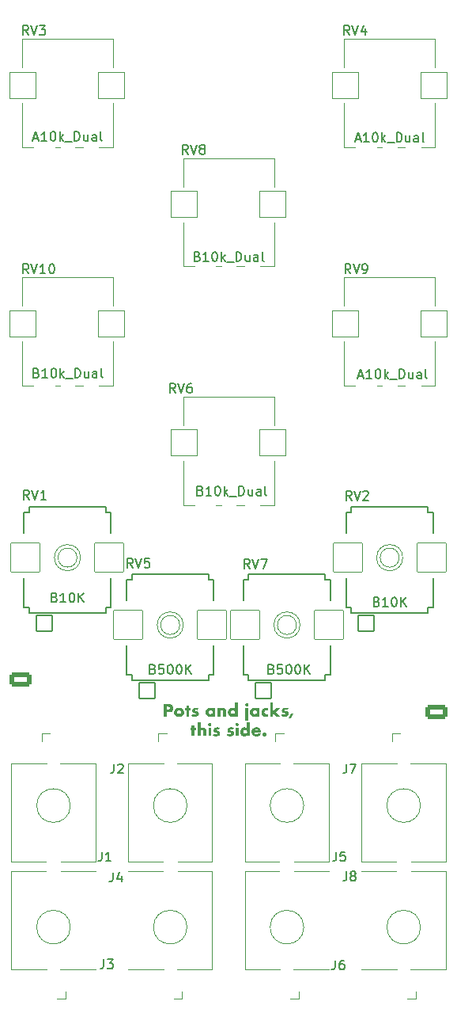
<source format=gbr>
%TF.GenerationSoftware,KiCad,Pcbnew,9.0.7*%
%TF.CreationDate,2026-01-03T22:14:51-05:00*%
%TF.ProjectId,lichen-crustose-control-board,6c696368-656e-42d6-9372-7573746f7365,1.0*%
%TF.SameCoordinates,Original*%
%TF.FileFunction,Legend,Top*%
%TF.FilePolarity,Positive*%
%FSLAX46Y46*%
G04 Gerber Fmt 4.6, Leading zero omitted, Abs format (unit mm)*
G04 Created by KiCad (PCBNEW 9.0.7) date 2026-01-03 22:14:51*
%MOMM*%
%LPD*%
G01*
G04 APERTURE LIST*
G04 Aperture macros list*
%AMRoundRect*
0 Rectangle with rounded corners*
0 $1 Rounding radius*
0 $2 $3 $4 $5 $6 $7 $8 $9 X,Y pos of 4 corners*
0 Add a 4 corners polygon primitive as box body*
4,1,4,$2,$3,$4,$5,$6,$7,$8,$9,$2,$3,0*
0 Add four circle primitives for the rounded corners*
1,1,$1+$1,$2,$3*
1,1,$1+$1,$4,$5*
1,1,$1+$1,$6,$7*
1,1,$1+$1,$8,$9*
0 Add four rect primitives between the rounded corners*
20,1,$1+$1,$2,$3,$4,$5,0*
20,1,$1+$1,$4,$5,$6,$7,0*
20,1,$1+$1,$6,$7,$8,$9,0*
20,1,$1+$1,$8,$9,$2,$3,0*%
G04 Aperture macros list end*
%ADD10C,0.200000*%
%ADD11C,0.150000*%
%ADD12C,0.203200*%
%ADD13C,0.050800*%
%ADD14C,0.120000*%
%ADD15RoundRect,0.076200X-1.558000X1.558000X-1.558000X-1.558000X1.558000X-1.558000X1.558000X1.558000X0*%
%ADD16RoundRect,0.076200X-0.825000X0.825000X-0.825000X-0.825000X0.825000X-0.825000X0.825000X0.825000X0*%
%ADD17C,1.802400*%
%ADD18RoundRect,0.076200X-1.400000X1.400000X-1.400000X-1.400000X1.400000X-1.400000X1.400000X1.400000X0*%
%ADD19R,1.800000X1.800000*%
%ADD20C,1.800000*%
%ADD21R,2.000000X2.000000*%
%ADD22C,2.000000*%
%ADD23C,4.400000*%
%ADD24RoundRect,0.249630X0.895370X0.535370X-0.895370X0.535370X-0.895370X-0.535370X0.895370X-0.535370X0*%
%ADD25O,2.290000X1.570000*%
%ADD26RoundRect,0.249630X-0.895370X-0.535370X0.895370X-0.535370X0.895370X0.535370X-0.895370X0.535370X0*%
%ADD27R,1.700000X1.700000*%
%ADD28C,1.700000*%
G04 APERTURE END LIST*
D10*
G36*
X118974213Y-186153198D02*
G01*
X119065482Y-186176183D01*
X119140704Y-186212176D01*
X119202623Y-186260740D01*
X119252494Y-186321965D01*
X119289049Y-186395041D01*
X119312163Y-186482348D01*
X119320394Y-186587033D01*
X119312163Y-186691718D01*
X119289049Y-186779025D01*
X119252494Y-186852101D01*
X119202623Y-186913326D01*
X119140704Y-186961889D01*
X119065482Y-186997883D01*
X118974213Y-187020867D01*
X118863355Y-187029112D01*
X118660938Y-187029112D01*
X118660938Y-187466307D01*
X118318998Y-187466307D01*
X118318998Y-186752049D01*
X118660938Y-186752049D01*
X118774740Y-186752049D01*
X118848317Y-186744175D01*
X118899456Y-186723407D01*
X118934255Y-186691711D01*
X118955868Y-186647708D01*
X118963800Y-186587033D01*
X118955868Y-186526358D01*
X118934255Y-186482354D01*
X118899456Y-186450658D01*
X118848317Y-186429891D01*
X118774740Y-186422016D01*
X118660938Y-186422016D01*
X118660938Y-186752049D01*
X118318998Y-186752049D01*
X118318998Y-186144953D01*
X118863355Y-186144953D01*
X118974213Y-186153198D01*
G37*
G36*
X120066441Y-186544955D02*
G01*
X120168146Y-186571768D01*
X120261208Y-186615262D01*
X120339421Y-186671831D01*
X120384199Y-186717283D01*
X120421665Y-186768001D01*
X120452154Y-186824483D01*
X120474248Y-186884728D01*
X120487752Y-186949706D01*
X120492378Y-187020259D01*
X120487653Y-187090721D01*
X120473850Y-187155669D01*
X120451239Y-187215958D01*
X120402414Y-187298577D01*
X120338505Y-187368610D01*
X120288399Y-187407534D01*
X120231298Y-187440623D01*
X120166390Y-187467834D01*
X120062992Y-187493961D01*
X119948785Y-187502943D01*
X119836393Y-187493941D01*
X119735454Y-187467834D01*
X119672378Y-187440643D01*
X119616415Y-187407298D01*
X119566850Y-187367770D01*
X119523205Y-187321804D01*
X119486291Y-187270211D01*
X119455873Y-187212447D01*
X119433828Y-187151033D01*
X119420299Y-187084318D01*
X119415985Y-187016671D01*
X119749880Y-187016671D01*
X119754126Y-187060933D01*
X119766443Y-187100172D01*
X119785825Y-187135773D01*
X119810101Y-187166117D01*
X119839636Y-187191084D01*
X119874673Y-187210081D01*
X119913167Y-187221905D01*
X119954052Y-187225881D01*
X119994925Y-187221904D01*
X120033354Y-187210081D01*
X120068442Y-187191076D01*
X120097926Y-187166117D01*
X120122245Y-187135765D01*
X120141584Y-187100172D01*
X120153942Y-187061162D01*
X120158147Y-187018427D01*
X120153985Y-186977280D01*
X120141584Y-186938514D01*
X120122245Y-186902921D01*
X120097926Y-186872568D01*
X120068442Y-186847610D01*
X120033354Y-186828604D01*
X119994925Y-186816782D01*
X119954052Y-186812805D01*
X119913167Y-186816780D01*
X119874673Y-186828604D01*
X119839636Y-186847601D01*
X119810101Y-186872568D01*
X119785775Y-186902780D01*
X119766443Y-186937674D01*
X119754063Y-186975656D01*
X119749880Y-187016671D01*
X119415985Y-187016671D01*
X119415649Y-187011405D01*
X119420198Y-186945596D01*
X119433625Y-186883520D01*
X119455873Y-186824483D01*
X119503915Y-186743361D01*
X119567690Y-186673586D01*
X119645176Y-186616853D01*
X119738126Y-186572607D01*
X119804888Y-186552389D01*
X119876599Y-186539990D01*
X119953975Y-186535742D01*
X120066441Y-186544955D01*
G37*
G36*
X121031315Y-186833718D02*
G01*
X121031315Y-187468750D01*
X120713800Y-187468750D01*
X120713800Y-186833718D01*
X120611218Y-186833718D01*
X120611218Y-186569936D01*
X120713800Y-186569936D01*
X120713800Y-186301269D01*
X121031315Y-186301269D01*
X121031315Y-186569936D01*
X121212055Y-186569936D01*
X121212055Y-186833718D01*
X121031315Y-186833718D01*
G37*
G36*
X121937914Y-186801203D02*
G01*
X121878173Y-186775271D01*
X121821093Y-186760389D01*
X121765876Y-186755560D01*
X121724762Y-186760299D01*
X121694740Y-186773115D01*
X121674213Y-186794002D01*
X121667568Y-186820514D01*
X121671919Y-186845930D01*
X121691229Y-186864325D01*
X121735116Y-186880201D01*
X121811442Y-186897756D01*
X121896596Y-186921632D01*
X121960738Y-186953242D01*
X122008058Y-186991560D01*
X122043718Y-187039966D01*
X122065419Y-187096767D01*
X122073011Y-187164362D01*
X122064911Y-187240315D01*
X122041488Y-187306404D01*
X122003834Y-187364493D01*
X121953866Y-187412574D01*
X121893426Y-187450078D01*
X121818998Y-187479206D01*
X121737786Y-187496801D01*
X121645662Y-187502943D01*
X121556531Y-187496757D01*
X121467497Y-187478052D01*
X121377788Y-187446274D01*
X121286702Y-187400438D01*
X121402106Y-187176803D01*
X121494437Y-187229976D01*
X121578073Y-187259257D01*
X121655279Y-187268470D01*
X121696440Y-187263304D01*
X121727331Y-187249084D01*
X121748706Y-187226618D01*
X121755495Y-187199777D01*
X121751068Y-187170697D01*
X121732598Y-187149555D01*
X121691305Y-187132000D01*
X121620170Y-187115208D01*
X121523234Y-187089122D01*
X121456973Y-187059011D01*
X121413784Y-187026288D01*
X121381949Y-186983560D01*
X121362067Y-186930255D01*
X121354937Y-186863333D01*
X121362156Y-186790315D01*
X121382949Y-186726862D01*
X121417111Y-186670784D01*
X121463549Y-186623898D01*
X121520405Y-186587045D01*
X121590479Y-186558716D01*
X121667511Y-186541713D01*
X121756106Y-186535742D01*
X121854151Y-186542164D01*
X121950216Y-186561405D01*
X122045076Y-186593750D01*
X121937914Y-186801203D01*
G37*
G36*
X123322489Y-186548290D02*
G01*
X123394961Y-186570498D01*
X123460010Y-186607031D01*
X123518929Y-186658932D01*
X123518929Y-186569936D01*
X123836444Y-186569936D01*
X123836444Y-187468750D01*
X123518929Y-187468750D01*
X123518929Y-187369297D01*
X123463558Y-187425739D01*
X123400493Y-187465400D01*
X123328190Y-187489623D01*
X123244232Y-187498059D01*
X123149198Y-187488859D01*
X123063950Y-187462033D01*
X122986946Y-187418741D01*
X122920534Y-187361054D01*
X122866402Y-187290830D01*
X122825203Y-187208249D01*
X122799816Y-187117553D01*
X122791085Y-187016671D01*
X123118370Y-187016671D01*
X123122389Y-187059520D01*
X123134170Y-187098569D01*
X123152991Y-187134208D01*
X123177218Y-187164667D01*
X123206923Y-187189639D01*
X123242247Y-187208707D01*
X123281211Y-187220490D01*
X123323916Y-187224507D01*
X123365098Y-187220530D01*
X123403829Y-187208707D01*
X123439140Y-187189636D01*
X123468783Y-187164667D01*
X123493311Y-187134380D01*
X123512746Y-187099485D01*
X123525244Y-187061355D01*
X123529462Y-187020259D01*
X123525259Y-186978910D01*
X123512746Y-186940040D01*
X123493252Y-186904388D01*
X123468783Y-186874018D01*
X123439137Y-186849067D01*
X123403829Y-186830054D01*
X123365094Y-186818174D01*
X123323916Y-186814179D01*
X123281214Y-186818214D01*
X123242247Y-186830054D01*
X123206925Y-186849063D01*
X123177218Y-186874018D01*
X123152894Y-186904149D01*
X123134170Y-186938361D01*
X123122387Y-186975662D01*
X123118370Y-187016671D01*
X122791085Y-187016671D01*
X122799461Y-186922048D01*
X122824287Y-186833107D01*
X122864423Y-186751156D01*
X122917023Y-186681219D01*
X122981953Y-186623171D01*
X123058760Y-186578408D01*
X123114722Y-186557655D01*
X123175110Y-186544972D01*
X123240721Y-186540627D01*
X123322489Y-186548290D01*
G37*
G36*
X124051378Y-186569936D02*
G01*
X124368894Y-186569936D01*
X124368894Y-186683814D01*
X124415008Y-186634314D01*
X124458551Y-186599799D01*
X124500098Y-186577645D01*
X124570202Y-186557588D01*
X124655955Y-186550396D01*
X124746185Y-186558552D01*
X124817843Y-186581079D01*
X124880268Y-186618167D01*
X124932484Y-186667862D01*
X124964987Y-186716259D01*
X124984996Y-186769528D01*
X124995326Y-186827700D01*
X124999040Y-186897450D01*
X124999040Y-187468750D01*
X124681525Y-187468750D01*
X124681525Y-187014916D01*
X124678804Y-186951533D01*
X124671831Y-186907220D01*
X124658076Y-186869347D01*
X124637790Y-186841503D01*
X124615344Y-186823443D01*
X124590621Y-186811736D01*
X124534826Y-186802959D01*
X124483373Y-186808816D01*
X124443187Y-186825084D01*
X124411636Y-186851197D01*
X124388890Y-186885746D01*
X124374251Y-186930584D01*
X124368894Y-186988660D01*
X124368894Y-187468750D01*
X124051378Y-187468750D01*
X124051378Y-186569936D01*
G37*
G36*
X126223918Y-187468750D02*
G01*
X125906403Y-187468750D01*
X125906403Y-187369297D01*
X125851032Y-187425739D01*
X125787966Y-187465400D01*
X125715664Y-187489623D01*
X125631706Y-187498059D01*
X125567177Y-187493837D01*
X125507324Y-187481477D01*
X125451424Y-187461193D01*
X125374384Y-187417189D01*
X125308008Y-187359298D01*
X125253875Y-187289074D01*
X125212677Y-187206494D01*
X125187253Y-187116024D01*
X125178559Y-187016671D01*
X125505844Y-187016671D01*
X125509863Y-187059520D01*
X125521644Y-187098569D01*
X125540465Y-187134208D01*
X125564692Y-187164667D01*
X125594396Y-187189639D01*
X125629721Y-187208707D01*
X125668684Y-187220490D01*
X125711390Y-187224507D01*
X125752572Y-187220530D01*
X125791303Y-187208707D01*
X125826614Y-187189636D01*
X125856256Y-187164667D01*
X125880785Y-187134380D01*
X125900220Y-187099485D01*
X125912717Y-187061355D01*
X125916936Y-187020259D01*
X125912733Y-186978910D01*
X125900220Y-186940040D01*
X125880726Y-186904388D01*
X125856256Y-186874018D01*
X125826611Y-186849067D01*
X125791303Y-186830054D01*
X125752568Y-186818174D01*
X125711390Y-186814179D01*
X125670211Y-186818174D01*
X125631477Y-186830054D01*
X125596155Y-186849063D01*
X125566447Y-186874018D01*
X125541937Y-186904115D01*
X125522560Y-186938361D01*
X125510084Y-186975707D01*
X125505844Y-187016671D01*
X125178559Y-187016671D01*
X125186730Y-186922013D01*
X125210921Y-186833107D01*
X125250348Y-186751188D01*
X125302741Y-186681219D01*
X125367807Y-186623223D01*
X125445318Y-186578408D01*
X125501871Y-186557630D01*
X125562576Y-186544959D01*
X125628195Y-186540627D01*
X125710011Y-186548245D01*
X125782503Y-186570315D01*
X125847535Y-186606596D01*
X125906403Y-186658092D01*
X125906403Y-186013062D01*
X126223918Y-186013062D01*
X126223918Y-187468750D01*
G37*
G36*
X127351099Y-186569936D02*
G01*
X127351099Y-187918156D01*
X127033583Y-187918156D01*
X127033583Y-186569936D01*
X127351099Y-186569936D01*
G37*
G36*
X127014044Y-186225553D02*
G01*
X127017572Y-186189768D01*
X127028011Y-186156555D01*
X127044696Y-186126091D01*
X127066480Y-186099692D01*
X127092887Y-186077865D01*
X127123343Y-186061224D01*
X127156611Y-186050781D01*
X127192341Y-186047256D01*
X127228126Y-186050784D01*
X127261340Y-186061224D01*
X127291782Y-186077868D01*
X127318126Y-186099692D01*
X127339954Y-186126099D01*
X127356594Y-186156555D01*
X127367092Y-186189772D01*
X127370638Y-186225553D01*
X127367093Y-186261346D01*
X127356594Y-186294628D01*
X127339958Y-186325020D01*
X127318126Y-186351415D01*
X127291790Y-186373195D01*
X127261340Y-186389883D01*
X127228126Y-186400322D01*
X127192341Y-186403851D01*
X127156611Y-186400326D01*
X127123343Y-186389883D01*
X127092879Y-186373199D01*
X127066480Y-186351415D01*
X127044691Y-186325028D01*
X127028011Y-186294628D01*
X127017570Y-186261349D01*
X127014044Y-186225553D01*
G37*
G36*
X128064464Y-186548290D02*
G01*
X128136936Y-186570498D01*
X128201985Y-186607031D01*
X128260904Y-186658932D01*
X128260904Y-186569936D01*
X128578419Y-186569936D01*
X128578419Y-187468750D01*
X128260904Y-187468750D01*
X128260904Y-187369297D01*
X128205533Y-187425739D01*
X128142468Y-187465400D01*
X128070165Y-187489623D01*
X127986207Y-187498059D01*
X127891173Y-187488859D01*
X127805925Y-187462033D01*
X127728921Y-187418741D01*
X127662509Y-187361054D01*
X127608377Y-187290830D01*
X127567178Y-187208249D01*
X127541791Y-187117553D01*
X127533060Y-187016671D01*
X127860345Y-187016671D01*
X127864364Y-187059520D01*
X127876145Y-187098569D01*
X127894966Y-187134208D01*
X127919193Y-187164667D01*
X127948897Y-187189639D01*
X127984222Y-187208707D01*
X128023186Y-187220490D01*
X128065891Y-187224507D01*
X128107073Y-187220530D01*
X128145804Y-187208707D01*
X128181115Y-187189636D01*
X128210757Y-187164667D01*
X128235286Y-187134380D01*
X128254721Y-187099485D01*
X128267219Y-187061355D01*
X128271437Y-187020259D01*
X128267234Y-186978910D01*
X128254721Y-186940040D01*
X128235227Y-186904388D01*
X128210757Y-186874018D01*
X128181112Y-186849067D01*
X128145804Y-186830054D01*
X128107069Y-186818174D01*
X128065891Y-186814179D01*
X128023189Y-186818214D01*
X127984222Y-186830054D01*
X127948900Y-186849063D01*
X127919193Y-186874018D01*
X127894869Y-186904149D01*
X127876145Y-186938361D01*
X127864362Y-186975662D01*
X127860345Y-187016671D01*
X127533060Y-187016671D01*
X127541436Y-186922048D01*
X127566262Y-186833107D01*
X127606398Y-186751156D01*
X127658998Y-186681219D01*
X127723928Y-186623171D01*
X127800735Y-186578408D01*
X127856696Y-186557655D01*
X127917085Y-186544972D01*
X127982696Y-186540627D01*
X128064464Y-186548290D01*
G37*
G36*
X129472348Y-186860737D02*
G01*
X129415178Y-186828655D01*
X129359744Y-186810357D01*
X129304965Y-186804409D01*
X129260279Y-186808429D01*
X129219480Y-186820208D01*
X129182185Y-186839384D01*
X129149871Y-186865088D01*
X129123321Y-186896673D01*
X129103160Y-186933781D01*
X129090766Y-186975064D01*
X129086444Y-187022701D01*
X129090725Y-187068739D01*
X129103160Y-187109789D01*
X129123153Y-187146943D01*
X129149032Y-187178406D01*
X129180716Y-187203973D01*
X129218565Y-187223285D01*
X129260154Y-187235142D01*
X129304965Y-187239161D01*
X129362790Y-187232484D01*
X129418164Y-187212346D01*
X129472348Y-187177566D01*
X129472348Y-187447302D01*
X129392795Y-187476275D01*
X129318933Y-187492768D01*
X129249782Y-187498059D01*
X129153682Y-187489647D01*
X129063165Y-187464704D01*
X128979681Y-187423933D01*
X128907231Y-187368992D01*
X128846824Y-187300808D01*
X128799459Y-187219622D01*
X128777365Y-187160408D01*
X128763816Y-187096012D01*
X128759159Y-187025525D01*
X128763601Y-186954851D01*
X128776555Y-186889812D01*
X128797704Y-186829596D01*
X128843541Y-186746629D01*
X128902804Y-186676792D01*
X128975135Y-186620103D01*
X129061410Y-186576653D01*
X129155977Y-186549766D01*
X129258483Y-186540627D01*
X129334440Y-186546212D01*
X129405418Y-186562651D01*
X129472348Y-186589857D01*
X129472348Y-186860737D01*
G37*
G36*
X130012125Y-186013062D02*
G01*
X130012125Y-186894092D01*
X130344600Y-186569936D01*
X130778589Y-186569936D01*
X130328801Y-186985149D01*
X130804845Y-187468750D01*
X130360324Y-187468750D01*
X130012125Y-187102538D01*
X130012125Y-187468750D01*
X129694609Y-187468750D01*
X129694609Y-186013062D01*
X130012125Y-186013062D01*
G37*
G36*
X131537879Y-186801203D02*
G01*
X131478138Y-186775271D01*
X131421058Y-186760389D01*
X131365841Y-186755560D01*
X131324727Y-186760299D01*
X131294705Y-186773115D01*
X131274178Y-186794002D01*
X131267533Y-186820514D01*
X131271884Y-186845930D01*
X131291194Y-186864325D01*
X131335081Y-186880201D01*
X131411407Y-186897756D01*
X131496561Y-186921632D01*
X131560703Y-186953242D01*
X131608023Y-186991560D01*
X131643683Y-187039966D01*
X131665384Y-187096767D01*
X131672976Y-187164362D01*
X131664876Y-187240315D01*
X131641454Y-187306404D01*
X131603799Y-187364493D01*
X131553831Y-187412574D01*
X131493391Y-187450078D01*
X131418964Y-187479206D01*
X131337751Y-187496801D01*
X131245628Y-187502943D01*
X131156496Y-187496757D01*
X131067462Y-187478052D01*
X130977754Y-187446274D01*
X130886667Y-187400438D01*
X131002072Y-187176803D01*
X131094402Y-187229976D01*
X131178038Y-187259257D01*
X131255245Y-187268470D01*
X131296405Y-187263304D01*
X131327296Y-187249084D01*
X131348671Y-187226618D01*
X131355460Y-187199777D01*
X131351034Y-187170697D01*
X131332563Y-187149555D01*
X131291270Y-187132000D01*
X131220135Y-187115208D01*
X131123199Y-187089122D01*
X131056938Y-187059011D01*
X131013749Y-187026288D01*
X130981915Y-186983560D01*
X130962032Y-186930255D01*
X130954902Y-186863333D01*
X130962121Y-186790315D01*
X130982914Y-186726862D01*
X131017076Y-186670784D01*
X131063514Y-186623898D01*
X131120370Y-186587045D01*
X131190444Y-186558716D01*
X131267476Y-186541713D01*
X131356071Y-186535742D01*
X131454116Y-186542164D01*
X131550181Y-186561405D01*
X131645041Y-186593750D01*
X131537879Y-186801203D01*
G37*
G36*
X131929584Y-187131694D02*
G01*
X132227026Y-187131694D01*
X131905083Y-187712992D01*
X131702056Y-187712992D01*
X131929584Y-187131694D01*
G37*
G36*
X121584525Y-188933718D02*
G01*
X121584525Y-189568750D01*
X121267009Y-189568750D01*
X121267009Y-188933718D01*
X121164427Y-188933718D01*
X121164427Y-188669936D01*
X121267009Y-188669936D01*
X121267009Y-188401269D01*
X121584525Y-188401269D01*
X121584525Y-188669936D01*
X121765265Y-188669936D01*
X121765265Y-188933718D01*
X121584525Y-188933718D01*
G37*
G36*
X121925244Y-188113062D02*
G01*
X122242760Y-188113062D01*
X122242760Y-188784425D01*
X122288891Y-188734667D01*
X122332433Y-188699983D01*
X122373964Y-188677721D01*
X122444072Y-188657608D01*
X122529821Y-188650396D01*
X122614477Y-188657073D01*
X122683592Y-188675649D01*
X122740099Y-188704758D01*
X122786200Y-188744201D01*
X122823017Y-188793300D01*
X122849959Y-188850732D01*
X122866909Y-188918095D01*
X122872906Y-188997450D01*
X122872906Y-189568750D01*
X122555390Y-189568750D01*
X122555390Y-189115908D01*
X122552432Y-189051039D01*
X122544857Y-189005846D01*
X122530309Y-188967612D01*
X122509900Y-188941122D01*
X122480216Y-188920821D01*
X122446843Y-188908615D01*
X122408692Y-188904409D01*
X122357226Y-188910251D01*
X122317041Y-188926472D01*
X122285502Y-188952494D01*
X122262752Y-188986994D01*
X122248116Y-189031757D01*
X122242760Y-189089728D01*
X122242760Y-189568750D01*
X121925244Y-189568750D01*
X121925244Y-188113062D01*
G37*
G36*
X123404134Y-188669936D02*
G01*
X123404134Y-189568750D01*
X123086619Y-189568750D01*
X123086619Y-188669936D01*
X123404134Y-188669936D01*
G37*
G36*
X123067079Y-188325553D02*
G01*
X123070607Y-188289768D01*
X123081047Y-188256555D01*
X123097731Y-188226091D01*
X123119515Y-188199692D01*
X123145922Y-188177865D01*
X123176378Y-188161224D01*
X123209647Y-188150781D01*
X123245376Y-188147256D01*
X123281162Y-188150784D01*
X123314375Y-188161224D01*
X123344817Y-188177868D01*
X123371161Y-188199692D01*
X123392989Y-188226099D01*
X123409630Y-188256555D01*
X123420127Y-188289772D01*
X123423674Y-188325553D01*
X123420129Y-188361346D01*
X123409630Y-188394628D01*
X123392994Y-188425020D01*
X123371161Y-188451415D01*
X123344825Y-188473195D01*
X123314375Y-188489883D01*
X123281162Y-188500322D01*
X123245376Y-188503851D01*
X123209647Y-188500326D01*
X123176378Y-188489883D01*
X123145914Y-188473199D01*
X123119515Y-188451415D01*
X123097727Y-188425028D01*
X123081047Y-188394628D01*
X123070606Y-188361349D01*
X123067079Y-188325553D01*
G37*
G36*
X124217921Y-188901203D02*
G01*
X124158180Y-188875271D01*
X124101099Y-188860389D01*
X124045882Y-188855560D01*
X124004769Y-188860299D01*
X123974747Y-188873115D01*
X123954220Y-188894002D01*
X123947575Y-188920514D01*
X123951925Y-188945930D01*
X123971236Y-188964325D01*
X124015123Y-188980201D01*
X124091449Y-188997756D01*
X124176603Y-189021632D01*
X124240745Y-189053242D01*
X124288064Y-189091560D01*
X124323725Y-189139966D01*
X124345426Y-189196767D01*
X124353018Y-189264362D01*
X124344917Y-189340315D01*
X124321495Y-189406404D01*
X124283840Y-189464493D01*
X124233873Y-189512574D01*
X124173432Y-189550078D01*
X124099005Y-189579206D01*
X124017792Y-189596801D01*
X123925669Y-189602943D01*
X123836537Y-189596757D01*
X123747504Y-189578052D01*
X123657795Y-189546274D01*
X123566708Y-189500438D01*
X123682113Y-189276803D01*
X123774444Y-189329976D01*
X123858080Y-189359257D01*
X123935286Y-189368470D01*
X123976446Y-189363304D01*
X124007338Y-189349084D01*
X124028712Y-189326618D01*
X124035502Y-189299777D01*
X124031075Y-189270697D01*
X124012604Y-189249555D01*
X123971312Y-189232000D01*
X123900176Y-189215208D01*
X123803240Y-189189122D01*
X123736980Y-189159011D01*
X123693791Y-189126288D01*
X123661956Y-189083560D01*
X123642074Y-189030255D01*
X123634944Y-188963333D01*
X123642162Y-188890315D01*
X123662955Y-188826862D01*
X123697117Y-188770784D01*
X123743555Y-188723898D01*
X123800411Y-188687045D01*
X123870485Y-188658716D01*
X123947517Y-188641713D01*
X124036113Y-188635742D01*
X124134158Y-188642164D01*
X124230223Y-188661405D01*
X124325082Y-188693750D01*
X124217921Y-188901203D01*
G37*
G36*
X125702917Y-188901203D02*
G01*
X125643176Y-188875271D01*
X125586096Y-188860389D01*
X125530879Y-188855560D01*
X125489765Y-188860299D01*
X125459743Y-188873115D01*
X125439216Y-188894002D01*
X125432571Y-188920514D01*
X125436922Y-188945930D01*
X125456232Y-188964325D01*
X125500120Y-188980201D01*
X125576445Y-188997756D01*
X125661599Y-189021632D01*
X125725742Y-189053242D01*
X125773061Y-189091560D01*
X125808722Y-189139966D01*
X125830422Y-189196767D01*
X125838014Y-189264362D01*
X125829914Y-189340315D01*
X125806492Y-189406404D01*
X125768837Y-189464493D01*
X125718870Y-189512574D01*
X125658429Y-189550078D01*
X125584002Y-189579206D01*
X125502789Y-189596801D01*
X125410666Y-189602943D01*
X125321534Y-189596757D01*
X125232500Y-189578052D01*
X125142792Y-189546274D01*
X125051705Y-189500438D01*
X125167110Y-189276803D01*
X125259440Y-189329976D01*
X125343076Y-189359257D01*
X125420283Y-189368470D01*
X125461443Y-189363304D01*
X125492334Y-189349084D01*
X125513709Y-189326618D01*
X125520499Y-189299777D01*
X125516072Y-189270697D01*
X125497601Y-189249555D01*
X125456308Y-189232000D01*
X125385173Y-189215208D01*
X125288237Y-189189122D01*
X125221976Y-189159011D01*
X125178788Y-189126288D01*
X125146953Y-189083560D01*
X125127070Y-189030255D01*
X125119940Y-188963333D01*
X125127159Y-188890315D01*
X125147952Y-188826862D01*
X125182114Y-188770784D01*
X125228552Y-188723898D01*
X125285408Y-188687045D01*
X125355482Y-188658716D01*
X125432514Y-188641713D01*
X125521109Y-188635742D01*
X125619154Y-188642164D01*
X125715219Y-188661405D01*
X125810079Y-188693750D01*
X125702917Y-188901203D01*
G37*
G36*
X126313067Y-188669936D02*
G01*
X126313067Y-189568750D01*
X125995551Y-189568750D01*
X125995551Y-188669936D01*
X126313067Y-188669936D01*
G37*
G36*
X125976011Y-188325553D02*
G01*
X125979540Y-188289768D01*
X125989979Y-188256555D01*
X126006664Y-188226091D01*
X126028447Y-188199692D01*
X126054854Y-188177865D01*
X126085310Y-188161224D01*
X126118579Y-188150781D01*
X126154309Y-188147256D01*
X126190094Y-188150784D01*
X126223307Y-188161224D01*
X126253749Y-188177868D01*
X126280094Y-188199692D01*
X126301921Y-188226099D01*
X126318562Y-188256555D01*
X126329059Y-188289772D01*
X126332606Y-188325553D01*
X126329061Y-188361346D01*
X126318562Y-188394628D01*
X126301926Y-188425020D01*
X126280094Y-188451415D01*
X126253758Y-188473195D01*
X126223307Y-188489883D01*
X126190094Y-188500322D01*
X126154309Y-188503851D01*
X126118579Y-188500326D01*
X126085310Y-188489883D01*
X126054846Y-188473199D01*
X126028447Y-188451415D01*
X126006659Y-188425028D01*
X125989979Y-188394628D01*
X125979538Y-188361349D01*
X125976011Y-188325553D01*
G37*
G36*
X127540387Y-189568750D02*
G01*
X127222871Y-189568750D01*
X127222871Y-189469297D01*
X127167500Y-189525739D01*
X127104435Y-189565400D01*
X127032132Y-189589623D01*
X126948174Y-189598059D01*
X126883646Y-189593837D01*
X126823793Y-189581477D01*
X126767893Y-189561193D01*
X126690853Y-189517189D01*
X126624476Y-189459298D01*
X126570344Y-189389074D01*
X126529145Y-189306494D01*
X126503722Y-189216024D01*
X126495027Y-189116671D01*
X126822313Y-189116671D01*
X126826331Y-189159520D01*
X126838112Y-189198569D01*
X126856933Y-189234208D01*
X126881160Y-189264667D01*
X126910865Y-189289639D01*
X126946190Y-189308707D01*
X126985153Y-189320490D01*
X127027859Y-189324507D01*
X127069040Y-189320530D01*
X127107772Y-189308707D01*
X127143083Y-189289636D01*
X127172725Y-189264667D01*
X127197253Y-189234380D01*
X127216689Y-189199485D01*
X127229186Y-189161355D01*
X127233404Y-189120259D01*
X127229202Y-189078910D01*
X127216689Y-189040040D01*
X127197195Y-189004388D01*
X127172725Y-188974018D01*
X127143080Y-188949067D01*
X127107772Y-188930054D01*
X127069037Y-188918174D01*
X127027859Y-188914179D01*
X126986680Y-188918174D01*
X126947945Y-188930054D01*
X126912623Y-188949063D01*
X126882916Y-188974018D01*
X126858406Y-189004115D01*
X126839028Y-189038361D01*
X126826552Y-189075707D01*
X126822313Y-189116671D01*
X126495027Y-189116671D01*
X126503198Y-189022013D01*
X126527390Y-188933107D01*
X126566816Y-188851188D01*
X126619210Y-188781219D01*
X126684275Y-188723223D01*
X126761786Y-188678408D01*
X126818339Y-188657630D01*
X126879045Y-188644959D01*
X126944663Y-188640627D01*
X127026480Y-188648245D01*
X127098971Y-188670315D01*
X127164004Y-188706596D01*
X127222871Y-188758092D01*
X127222871Y-188113062D01*
X127540387Y-188113062D01*
X127540387Y-189568750D01*
G37*
G36*
X128329804Y-188644648D02*
G01*
X128424470Y-188670012D01*
X128482738Y-188696631D01*
X128533801Y-188729668D01*
X128578419Y-188769236D01*
X128616590Y-188815058D01*
X128648643Y-188867748D01*
X128674590Y-188928146D01*
X128699196Y-189025769D01*
X128707868Y-189139722D01*
X128707868Y-189173076D01*
X128043527Y-189173076D01*
X128049792Y-189240532D01*
X128066667Y-189290846D01*
X128092544Y-189328076D01*
X128127671Y-189354848D01*
X128174098Y-189371962D01*
X128235334Y-189378240D01*
X128284712Y-189372719D01*
X128325967Y-189356977D01*
X128360901Y-189331175D01*
X128390505Y-189294053D01*
X128695656Y-189294053D01*
X128663049Y-189376866D01*
X128620545Y-189444586D01*
X128568212Y-189499433D01*
X128505210Y-189542778D01*
X128429860Y-189575028D01*
X128339770Y-189595597D01*
X128231976Y-189602943D01*
X128121529Y-189594116D01*
X128023759Y-189568673D01*
X127935215Y-189526680D01*
X127861948Y-189471281D01*
X127802453Y-189402217D01*
X127757839Y-189320309D01*
X127737781Y-189260761D01*
X127725400Y-189195542D01*
X127721127Y-189123770D01*
X127725215Y-189049454D01*
X127736097Y-188987452D01*
X128052228Y-188987452D01*
X128413173Y-188987452D01*
X128398719Y-188945561D01*
X128377271Y-188910441D01*
X128348602Y-188881053D01*
X128314215Y-188858971D01*
X128275127Y-188845557D01*
X128230068Y-188840906D01*
X128182635Y-188845503D01*
X128143378Y-188858469D01*
X128110618Y-188879298D01*
X128084154Y-188907616D01*
X128064661Y-188943138D01*
X128052228Y-188987452D01*
X127736097Y-188987452D01*
X127737028Y-188982149D01*
X127756084Y-188920972D01*
X127783125Y-188863046D01*
X127816342Y-188812094D01*
X127855842Y-188767404D01*
X127926576Y-188711933D01*
X128012386Y-188670012D01*
X128108062Y-188644663D01*
X128219764Y-188635742D01*
X128329804Y-188644648D01*
G37*
G36*
X128872732Y-189402588D02*
G01*
X128876707Y-189361549D01*
X128888531Y-189322904D01*
X128907467Y-189287497D01*
X128932342Y-189257187D01*
X128962708Y-189232243D01*
X128998059Y-189213300D01*
X129036725Y-189201479D01*
X129077896Y-189197500D01*
X129119067Y-189201479D01*
X129157732Y-189213300D01*
X129193134Y-189232252D01*
X129223449Y-189257187D01*
X129248368Y-189287505D01*
X129267260Y-189322904D01*
X129279084Y-189361549D01*
X129283060Y-189402588D01*
X129279081Y-189443759D01*
X129267260Y-189482425D01*
X129248371Y-189517837D01*
X129223449Y-189548218D01*
X129193139Y-189573093D01*
X129157732Y-189592029D01*
X129119067Y-189603850D01*
X129077896Y-189607828D01*
X129036725Y-189603850D01*
X128998059Y-189592029D01*
X128962702Y-189573101D01*
X128932342Y-189548218D01*
X128907464Y-189517846D01*
X128888531Y-189482425D01*
X128876710Y-189443759D01*
X128872732Y-189402588D01*
G37*
D11*
X115008207Y-171569819D02*
X114674874Y-171093628D01*
X114436779Y-171569819D02*
X114436779Y-170569819D01*
X114436779Y-170569819D02*
X114817731Y-170569819D01*
X114817731Y-170569819D02*
X114912969Y-170617438D01*
X114912969Y-170617438D02*
X114960588Y-170665057D01*
X114960588Y-170665057D02*
X115008207Y-170760295D01*
X115008207Y-170760295D02*
X115008207Y-170903152D01*
X115008207Y-170903152D02*
X114960588Y-170998390D01*
X114960588Y-170998390D02*
X114912969Y-171046009D01*
X114912969Y-171046009D02*
X114817731Y-171093628D01*
X114817731Y-171093628D02*
X114436779Y-171093628D01*
X115293922Y-170569819D02*
X115627255Y-171569819D01*
X115627255Y-171569819D02*
X115960588Y-170569819D01*
X116770112Y-170569819D02*
X116293922Y-170569819D01*
X116293922Y-170569819D02*
X116246303Y-171046009D01*
X116246303Y-171046009D02*
X116293922Y-170998390D01*
X116293922Y-170998390D02*
X116389160Y-170950771D01*
X116389160Y-170950771D02*
X116627255Y-170950771D01*
X116627255Y-170950771D02*
X116722493Y-170998390D01*
X116722493Y-170998390D02*
X116770112Y-171046009D01*
X116770112Y-171046009D02*
X116817731Y-171141247D01*
X116817731Y-171141247D02*
X116817731Y-171379342D01*
X116817731Y-171379342D02*
X116770112Y-171474580D01*
X116770112Y-171474580D02*
X116722493Y-171522200D01*
X116722493Y-171522200D02*
X116627255Y-171569819D01*
X116627255Y-171569819D02*
X116389160Y-171569819D01*
X116389160Y-171569819D02*
X116293922Y-171522200D01*
X116293922Y-171522200D02*
X116246303Y-171474580D01*
X117142857Y-182396009D02*
X117285714Y-182443628D01*
X117285714Y-182443628D02*
X117333333Y-182491247D01*
X117333333Y-182491247D02*
X117380952Y-182586485D01*
X117380952Y-182586485D02*
X117380952Y-182729342D01*
X117380952Y-182729342D02*
X117333333Y-182824580D01*
X117333333Y-182824580D02*
X117285714Y-182872200D01*
X117285714Y-182872200D02*
X117190476Y-182919819D01*
X117190476Y-182919819D02*
X116809524Y-182919819D01*
X116809524Y-182919819D02*
X116809524Y-181919819D01*
X116809524Y-181919819D02*
X117142857Y-181919819D01*
X117142857Y-181919819D02*
X117238095Y-181967438D01*
X117238095Y-181967438D02*
X117285714Y-182015057D01*
X117285714Y-182015057D02*
X117333333Y-182110295D01*
X117333333Y-182110295D02*
X117333333Y-182205533D01*
X117333333Y-182205533D02*
X117285714Y-182300771D01*
X117285714Y-182300771D02*
X117238095Y-182348390D01*
X117238095Y-182348390D02*
X117142857Y-182396009D01*
X117142857Y-182396009D02*
X116809524Y-182396009D01*
X118285714Y-181919819D02*
X117809524Y-181919819D01*
X117809524Y-181919819D02*
X117761905Y-182396009D01*
X117761905Y-182396009D02*
X117809524Y-182348390D01*
X117809524Y-182348390D02*
X117904762Y-182300771D01*
X117904762Y-182300771D02*
X118142857Y-182300771D01*
X118142857Y-182300771D02*
X118238095Y-182348390D01*
X118238095Y-182348390D02*
X118285714Y-182396009D01*
X118285714Y-182396009D02*
X118333333Y-182491247D01*
X118333333Y-182491247D02*
X118333333Y-182729342D01*
X118333333Y-182729342D02*
X118285714Y-182824580D01*
X118285714Y-182824580D02*
X118238095Y-182872200D01*
X118238095Y-182872200D02*
X118142857Y-182919819D01*
X118142857Y-182919819D02*
X117904762Y-182919819D01*
X117904762Y-182919819D02*
X117809524Y-182872200D01*
X117809524Y-182872200D02*
X117761905Y-182824580D01*
X118952381Y-181919819D02*
X119047619Y-181919819D01*
X119047619Y-181919819D02*
X119142857Y-181967438D01*
X119142857Y-181967438D02*
X119190476Y-182015057D01*
X119190476Y-182015057D02*
X119238095Y-182110295D01*
X119238095Y-182110295D02*
X119285714Y-182300771D01*
X119285714Y-182300771D02*
X119285714Y-182538866D01*
X119285714Y-182538866D02*
X119238095Y-182729342D01*
X119238095Y-182729342D02*
X119190476Y-182824580D01*
X119190476Y-182824580D02*
X119142857Y-182872200D01*
X119142857Y-182872200D02*
X119047619Y-182919819D01*
X119047619Y-182919819D02*
X118952381Y-182919819D01*
X118952381Y-182919819D02*
X118857143Y-182872200D01*
X118857143Y-182872200D02*
X118809524Y-182824580D01*
X118809524Y-182824580D02*
X118761905Y-182729342D01*
X118761905Y-182729342D02*
X118714286Y-182538866D01*
X118714286Y-182538866D02*
X118714286Y-182300771D01*
X118714286Y-182300771D02*
X118761905Y-182110295D01*
X118761905Y-182110295D02*
X118809524Y-182015057D01*
X118809524Y-182015057D02*
X118857143Y-181967438D01*
X118857143Y-181967438D02*
X118952381Y-181919819D01*
X119904762Y-181919819D02*
X120000000Y-181919819D01*
X120000000Y-181919819D02*
X120095238Y-181967438D01*
X120095238Y-181967438D02*
X120142857Y-182015057D01*
X120142857Y-182015057D02*
X120190476Y-182110295D01*
X120190476Y-182110295D02*
X120238095Y-182300771D01*
X120238095Y-182300771D02*
X120238095Y-182538866D01*
X120238095Y-182538866D02*
X120190476Y-182729342D01*
X120190476Y-182729342D02*
X120142857Y-182824580D01*
X120142857Y-182824580D02*
X120095238Y-182872200D01*
X120095238Y-182872200D02*
X120000000Y-182919819D01*
X120000000Y-182919819D02*
X119904762Y-182919819D01*
X119904762Y-182919819D02*
X119809524Y-182872200D01*
X119809524Y-182872200D02*
X119761905Y-182824580D01*
X119761905Y-182824580D02*
X119714286Y-182729342D01*
X119714286Y-182729342D02*
X119666667Y-182538866D01*
X119666667Y-182538866D02*
X119666667Y-182300771D01*
X119666667Y-182300771D02*
X119714286Y-182110295D01*
X119714286Y-182110295D02*
X119761905Y-182015057D01*
X119761905Y-182015057D02*
X119809524Y-181967438D01*
X119809524Y-181967438D02*
X119904762Y-181919819D01*
X120666667Y-182919819D02*
X120666667Y-181919819D01*
X121238095Y-182919819D02*
X120809524Y-182348390D01*
X121238095Y-181919819D02*
X120666667Y-182491247D01*
X120904761Y-127364819D02*
X120571428Y-126888628D01*
X120333333Y-127364819D02*
X120333333Y-126364819D01*
X120333333Y-126364819D02*
X120714285Y-126364819D01*
X120714285Y-126364819D02*
X120809523Y-126412438D01*
X120809523Y-126412438D02*
X120857142Y-126460057D01*
X120857142Y-126460057D02*
X120904761Y-126555295D01*
X120904761Y-126555295D02*
X120904761Y-126698152D01*
X120904761Y-126698152D02*
X120857142Y-126793390D01*
X120857142Y-126793390D02*
X120809523Y-126841009D01*
X120809523Y-126841009D02*
X120714285Y-126888628D01*
X120714285Y-126888628D02*
X120333333Y-126888628D01*
X121190476Y-126364819D02*
X121523809Y-127364819D01*
X121523809Y-127364819D02*
X121857142Y-126364819D01*
X122333333Y-126793390D02*
X122238095Y-126745771D01*
X122238095Y-126745771D02*
X122190476Y-126698152D01*
X122190476Y-126698152D02*
X122142857Y-126602914D01*
X122142857Y-126602914D02*
X122142857Y-126555295D01*
X122142857Y-126555295D02*
X122190476Y-126460057D01*
X122190476Y-126460057D02*
X122238095Y-126412438D01*
X122238095Y-126412438D02*
X122333333Y-126364819D01*
X122333333Y-126364819D02*
X122523809Y-126364819D01*
X122523809Y-126364819D02*
X122619047Y-126412438D01*
X122619047Y-126412438D02*
X122666666Y-126460057D01*
X122666666Y-126460057D02*
X122714285Y-126555295D01*
X122714285Y-126555295D02*
X122714285Y-126602914D01*
X122714285Y-126602914D02*
X122666666Y-126698152D01*
X122666666Y-126698152D02*
X122619047Y-126745771D01*
X122619047Y-126745771D02*
X122523809Y-126793390D01*
X122523809Y-126793390D02*
X122333333Y-126793390D01*
X122333333Y-126793390D02*
X122238095Y-126841009D01*
X122238095Y-126841009D02*
X122190476Y-126888628D01*
X122190476Y-126888628D02*
X122142857Y-126983866D01*
X122142857Y-126983866D02*
X122142857Y-127174342D01*
X122142857Y-127174342D02*
X122190476Y-127269580D01*
X122190476Y-127269580D02*
X122238095Y-127317200D01*
X122238095Y-127317200D02*
X122333333Y-127364819D01*
X122333333Y-127364819D02*
X122523809Y-127364819D01*
X122523809Y-127364819D02*
X122619047Y-127317200D01*
X122619047Y-127317200D02*
X122666666Y-127269580D01*
X122666666Y-127269580D02*
X122714285Y-127174342D01*
X122714285Y-127174342D02*
X122714285Y-126983866D01*
X122714285Y-126983866D02*
X122666666Y-126888628D01*
X122666666Y-126888628D02*
X122619047Y-126841009D01*
X122619047Y-126841009D02*
X122523809Y-126793390D01*
X121916666Y-138281009D02*
X122059523Y-138328628D01*
X122059523Y-138328628D02*
X122107142Y-138376247D01*
X122107142Y-138376247D02*
X122154761Y-138471485D01*
X122154761Y-138471485D02*
X122154761Y-138614342D01*
X122154761Y-138614342D02*
X122107142Y-138709580D01*
X122107142Y-138709580D02*
X122059523Y-138757200D01*
X122059523Y-138757200D02*
X121964285Y-138804819D01*
X121964285Y-138804819D02*
X121583333Y-138804819D01*
X121583333Y-138804819D02*
X121583333Y-137804819D01*
X121583333Y-137804819D02*
X121916666Y-137804819D01*
X121916666Y-137804819D02*
X122011904Y-137852438D01*
X122011904Y-137852438D02*
X122059523Y-137900057D01*
X122059523Y-137900057D02*
X122107142Y-137995295D01*
X122107142Y-137995295D02*
X122107142Y-138090533D01*
X122107142Y-138090533D02*
X122059523Y-138185771D01*
X122059523Y-138185771D02*
X122011904Y-138233390D01*
X122011904Y-138233390D02*
X121916666Y-138281009D01*
X121916666Y-138281009D02*
X121583333Y-138281009D01*
X123107142Y-138804819D02*
X122535714Y-138804819D01*
X122821428Y-138804819D02*
X122821428Y-137804819D01*
X122821428Y-137804819D02*
X122726190Y-137947676D01*
X122726190Y-137947676D02*
X122630952Y-138042914D01*
X122630952Y-138042914D02*
X122535714Y-138090533D01*
X123726190Y-137804819D02*
X123821428Y-137804819D01*
X123821428Y-137804819D02*
X123916666Y-137852438D01*
X123916666Y-137852438D02*
X123964285Y-137900057D01*
X123964285Y-137900057D02*
X124011904Y-137995295D01*
X124011904Y-137995295D02*
X124059523Y-138185771D01*
X124059523Y-138185771D02*
X124059523Y-138423866D01*
X124059523Y-138423866D02*
X124011904Y-138614342D01*
X124011904Y-138614342D02*
X123964285Y-138709580D01*
X123964285Y-138709580D02*
X123916666Y-138757200D01*
X123916666Y-138757200D02*
X123821428Y-138804819D01*
X123821428Y-138804819D02*
X123726190Y-138804819D01*
X123726190Y-138804819D02*
X123630952Y-138757200D01*
X123630952Y-138757200D02*
X123583333Y-138709580D01*
X123583333Y-138709580D02*
X123535714Y-138614342D01*
X123535714Y-138614342D02*
X123488095Y-138423866D01*
X123488095Y-138423866D02*
X123488095Y-138185771D01*
X123488095Y-138185771D02*
X123535714Y-137995295D01*
X123535714Y-137995295D02*
X123583333Y-137900057D01*
X123583333Y-137900057D02*
X123630952Y-137852438D01*
X123630952Y-137852438D02*
X123726190Y-137804819D01*
X124488095Y-138804819D02*
X124488095Y-137804819D01*
X124583333Y-138423866D02*
X124869047Y-138804819D01*
X124869047Y-138138152D02*
X124488095Y-138519104D01*
X125059524Y-138900057D02*
X125821428Y-138900057D01*
X126059524Y-138804819D02*
X126059524Y-137804819D01*
X126059524Y-137804819D02*
X126297619Y-137804819D01*
X126297619Y-137804819D02*
X126440476Y-137852438D01*
X126440476Y-137852438D02*
X126535714Y-137947676D01*
X126535714Y-137947676D02*
X126583333Y-138042914D01*
X126583333Y-138042914D02*
X126630952Y-138233390D01*
X126630952Y-138233390D02*
X126630952Y-138376247D01*
X126630952Y-138376247D02*
X126583333Y-138566723D01*
X126583333Y-138566723D02*
X126535714Y-138661961D01*
X126535714Y-138661961D02*
X126440476Y-138757200D01*
X126440476Y-138757200D02*
X126297619Y-138804819D01*
X126297619Y-138804819D02*
X126059524Y-138804819D01*
X127488095Y-138138152D02*
X127488095Y-138804819D01*
X127059524Y-138138152D02*
X127059524Y-138661961D01*
X127059524Y-138661961D02*
X127107143Y-138757200D01*
X127107143Y-138757200D02*
X127202381Y-138804819D01*
X127202381Y-138804819D02*
X127345238Y-138804819D01*
X127345238Y-138804819D02*
X127440476Y-138757200D01*
X127440476Y-138757200D02*
X127488095Y-138709580D01*
X128392857Y-138804819D02*
X128392857Y-138281009D01*
X128392857Y-138281009D02*
X128345238Y-138185771D01*
X128345238Y-138185771D02*
X128250000Y-138138152D01*
X128250000Y-138138152D02*
X128059524Y-138138152D01*
X128059524Y-138138152D02*
X127964286Y-138185771D01*
X128392857Y-138757200D02*
X128297619Y-138804819D01*
X128297619Y-138804819D02*
X128059524Y-138804819D01*
X128059524Y-138804819D02*
X127964286Y-138757200D01*
X127964286Y-138757200D02*
X127916667Y-138661961D01*
X127916667Y-138661961D02*
X127916667Y-138566723D01*
X127916667Y-138566723D02*
X127964286Y-138471485D01*
X127964286Y-138471485D02*
X128059524Y-138423866D01*
X128059524Y-138423866D02*
X128297619Y-138423866D01*
X128297619Y-138423866D02*
X128392857Y-138376247D01*
X129011905Y-138804819D02*
X128916667Y-138757200D01*
X128916667Y-138757200D02*
X128869048Y-138661961D01*
X128869048Y-138661961D02*
X128869048Y-137804819D01*
X137866666Y-204054819D02*
X137866666Y-204769104D01*
X137866666Y-204769104D02*
X137819047Y-204911961D01*
X137819047Y-204911961D02*
X137723809Y-205007200D01*
X137723809Y-205007200D02*
X137580952Y-205054819D01*
X137580952Y-205054819D02*
X137485714Y-205054819D01*
X138485714Y-204483390D02*
X138390476Y-204435771D01*
X138390476Y-204435771D02*
X138342857Y-204388152D01*
X138342857Y-204388152D02*
X138295238Y-204292914D01*
X138295238Y-204292914D02*
X138295238Y-204245295D01*
X138295238Y-204245295D02*
X138342857Y-204150057D01*
X138342857Y-204150057D02*
X138390476Y-204102438D01*
X138390476Y-204102438D02*
X138485714Y-204054819D01*
X138485714Y-204054819D02*
X138676190Y-204054819D01*
X138676190Y-204054819D02*
X138771428Y-204102438D01*
X138771428Y-204102438D02*
X138819047Y-204150057D01*
X138819047Y-204150057D02*
X138866666Y-204245295D01*
X138866666Y-204245295D02*
X138866666Y-204292914D01*
X138866666Y-204292914D02*
X138819047Y-204388152D01*
X138819047Y-204388152D02*
X138771428Y-204435771D01*
X138771428Y-204435771D02*
X138676190Y-204483390D01*
X138676190Y-204483390D02*
X138485714Y-204483390D01*
X138485714Y-204483390D02*
X138390476Y-204531009D01*
X138390476Y-204531009D02*
X138342857Y-204578628D01*
X138342857Y-204578628D02*
X138295238Y-204673866D01*
X138295238Y-204673866D02*
X138295238Y-204864342D01*
X138295238Y-204864342D02*
X138342857Y-204959580D01*
X138342857Y-204959580D02*
X138390476Y-205007200D01*
X138390476Y-205007200D02*
X138485714Y-205054819D01*
X138485714Y-205054819D02*
X138676190Y-205054819D01*
X138676190Y-205054819D02*
X138771428Y-205007200D01*
X138771428Y-205007200D02*
X138819047Y-204959580D01*
X138819047Y-204959580D02*
X138866666Y-204864342D01*
X138866666Y-204864342D02*
X138866666Y-204673866D01*
X138866666Y-204673866D02*
X138819047Y-204578628D01*
X138819047Y-204578628D02*
X138771428Y-204531009D01*
X138771428Y-204531009D02*
X138676190Y-204483390D01*
X111866666Y-213454819D02*
X111866666Y-214169104D01*
X111866666Y-214169104D02*
X111819047Y-214311961D01*
X111819047Y-214311961D02*
X111723809Y-214407200D01*
X111723809Y-214407200D02*
X111580952Y-214454819D01*
X111580952Y-214454819D02*
X111485714Y-214454819D01*
X112247619Y-213454819D02*
X112866666Y-213454819D01*
X112866666Y-213454819D02*
X112533333Y-213835771D01*
X112533333Y-213835771D02*
X112676190Y-213835771D01*
X112676190Y-213835771D02*
X112771428Y-213883390D01*
X112771428Y-213883390D02*
X112819047Y-213931009D01*
X112819047Y-213931009D02*
X112866666Y-214026247D01*
X112866666Y-214026247D02*
X112866666Y-214264342D01*
X112866666Y-214264342D02*
X112819047Y-214359580D01*
X112819047Y-214359580D02*
X112771428Y-214407200D01*
X112771428Y-214407200D02*
X112676190Y-214454819D01*
X112676190Y-214454819D02*
X112390476Y-214454819D01*
X112390476Y-214454819D02*
X112295238Y-214407200D01*
X112295238Y-214407200D02*
X112247619Y-214359580D01*
X138204761Y-114614819D02*
X137871428Y-114138628D01*
X137633333Y-114614819D02*
X137633333Y-113614819D01*
X137633333Y-113614819D02*
X138014285Y-113614819D01*
X138014285Y-113614819D02*
X138109523Y-113662438D01*
X138109523Y-113662438D02*
X138157142Y-113710057D01*
X138157142Y-113710057D02*
X138204761Y-113805295D01*
X138204761Y-113805295D02*
X138204761Y-113948152D01*
X138204761Y-113948152D02*
X138157142Y-114043390D01*
X138157142Y-114043390D02*
X138109523Y-114091009D01*
X138109523Y-114091009D02*
X138014285Y-114138628D01*
X138014285Y-114138628D02*
X137633333Y-114138628D01*
X138490476Y-113614819D02*
X138823809Y-114614819D01*
X138823809Y-114614819D02*
X139157142Y-113614819D01*
X139919047Y-113948152D02*
X139919047Y-114614819D01*
X139680952Y-113567200D02*
X139442857Y-114281485D01*
X139442857Y-114281485D02*
X140061904Y-114281485D01*
X138857142Y-125769104D02*
X139333332Y-125769104D01*
X138761904Y-126054819D02*
X139095237Y-125054819D01*
X139095237Y-125054819D02*
X139428570Y-126054819D01*
X140285713Y-126054819D02*
X139714285Y-126054819D01*
X139999999Y-126054819D02*
X139999999Y-125054819D01*
X139999999Y-125054819D02*
X139904761Y-125197676D01*
X139904761Y-125197676D02*
X139809523Y-125292914D01*
X139809523Y-125292914D02*
X139714285Y-125340533D01*
X140904761Y-125054819D02*
X140999999Y-125054819D01*
X140999999Y-125054819D02*
X141095237Y-125102438D01*
X141095237Y-125102438D02*
X141142856Y-125150057D01*
X141142856Y-125150057D02*
X141190475Y-125245295D01*
X141190475Y-125245295D02*
X141238094Y-125435771D01*
X141238094Y-125435771D02*
X141238094Y-125673866D01*
X141238094Y-125673866D02*
X141190475Y-125864342D01*
X141190475Y-125864342D02*
X141142856Y-125959580D01*
X141142856Y-125959580D02*
X141095237Y-126007200D01*
X141095237Y-126007200D02*
X140999999Y-126054819D01*
X140999999Y-126054819D02*
X140904761Y-126054819D01*
X140904761Y-126054819D02*
X140809523Y-126007200D01*
X140809523Y-126007200D02*
X140761904Y-125959580D01*
X140761904Y-125959580D02*
X140714285Y-125864342D01*
X140714285Y-125864342D02*
X140666666Y-125673866D01*
X140666666Y-125673866D02*
X140666666Y-125435771D01*
X140666666Y-125435771D02*
X140714285Y-125245295D01*
X140714285Y-125245295D02*
X140761904Y-125150057D01*
X140761904Y-125150057D02*
X140809523Y-125102438D01*
X140809523Y-125102438D02*
X140904761Y-125054819D01*
X141666666Y-126054819D02*
X141666666Y-125054819D01*
X141761904Y-125673866D02*
X142047618Y-126054819D01*
X142047618Y-125388152D02*
X141666666Y-125769104D01*
X142238095Y-126150057D02*
X142999999Y-126150057D01*
X143238095Y-126054819D02*
X143238095Y-125054819D01*
X143238095Y-125054819D02*
X143476190Y-125054819D01*
X143476190Y-125054819D02*
X143619047Y-125102438D01*
X143619047Y-125102438D02*
X143714285Y-125197676D01*
X143714285Y-125197676D02*
X143761904Y-125292914D01*
X143761904Y-125292914D02*
X143809523Y-125483390D01*
X143809523Y-125483390D02*
X143809523Y-125626247D01*
X143809523Y-125626247D02*
X143761904Y-125816723D01*
X143761904Y-125816723D02*
X143714285Y-125911961D01*
X143714285Y-125911961D02*
X143619047Y-126007200D01*
X143619047Y-126007200D02*
X143476190Y-126054819D01*
X143476190Y-126054819D02*
X143238095Y-126054819D01*
X144666666Y-125388152D02*
X144666666Y-126054819D01*
X144238095Y-125388152D02*
X144238095Y-125911961D01*
X144238095Y-125911961D02*
X144285714Y-126007200D01*
X144285714Y-126007200D02*
X144380952Y-126054819D01*
X144380952Y-126054819D02*
X144523809Y-126054819D01*
X144523809Y-126054819D02*
X144619047Y-126007200D01*
X144619047Y-126007200D02*
X144666666Y-125959580D01*
X145571428Y-126054819D02*
X145571428Y-125531009D01*
X145571428Y-125531009D02*
X145523809Y-125435771D01*
X145523809Y-125435771D02*
X145428571Y-125388152D01*
X145428571Y-125388152D02*
X145238095Y-125388152D01*
X145238095Y-125388152D02*
X145142857Y-125435771D01*
X145571428Y-126007200D02*
X145476190Y-126054819D01*
X145476190Y-126054819D02*
X145238095Y-126054819D01*
X145238095Y-126054819D02*
X145142857Y-126007200D01*
X145142857Y-126007200D02*
X145095238Y-125911961D01*
X145095238Y-125911961D02*
X145095238Y-125816723D01*
X145095238Y-125816723D02*
X145142857Y-125721485D01*
X145142857Y-125721485D02*
X145238095Y-125673866D01*
X145238095Y-125673866D02*
X145476190Y-125673866D01*
X145476190Y-125673866D02*
X145571428Y-125626247D01*
X146190476Y-126054819D02*
X146095238Y-126007200D01*
X146095238Y-126007200D02*
X146047619Y-125911961D01*
X146047619Y-125911961D02*
X146047619Y-125054819D01*
X138408207Y-164369819D02*
X138074874Y-163893628D01*
X137836779Y-164369819D02*
X137836779Y-163369819D01*
X137836779Y-163369819D02*
X138217731Y-163369819D01*
X138217731Y-163369819D02*
X138312969Y-163417438D01*
X138312969Y-163417438D02*
X138360588Y-163465057D01*
X138360588Y-163465057D02*
X138408207Y-163560295D01*
X138408207Y-163560295D02*
X138408207Y-163703152D01*
X138408207Y-163703152D02*
X138360588Y-163798390D01*
X138360588Y-163798390D02*
X138312969Y-163846009D01*
X138312969Y-163846009D02*
X138217731Y-163893628D01*
X138217731Y-163893628D02*
X137836779Y-163893628D01*
X138693922Y-163369819D02*
X139027255Y-164369819D01*
X139027255Y-164369819D02*
X139360588Y-163369819D01*
X139646303Y-163465057D02*
X139693922Y-163417438D01*
X139693922Y-163417438D02*
X139789160Y-163369819D01*
X139789160Y-163369819D02*
X140027255Y-163369819D01*
X140027255Y-163369819D02*
X140122493Y-163417438D01*
X140122493Y-163417438D02*
X140170112Y-163465057D01*
X140170112Y-163465057D02*
X140217731Y-163560295D01*
X140217731Y-163560295D02*
X140217731Y-163655533D01*
X140217731Y-163655533D02*
X140170112Y-163798390D01*
X140170112Y-163798390D02*
X139598684Y-164369819D01*
X139598684Y-164369819D02*
X140217731Y-164369819D01*
X141119047Y-175196009D02*
X141261904Y-175243628D01*
X141261904Y-175243628D02*
X141309523Y-175291247D01*
X141309523Y-175291247D02*
X141357142Y-175386485D01*
X141357142Y-175386485D02*
X141357142Y-175529342D01*
X141357142Y-175529342D02*
X141309523Y-175624580D01*
X141309523Y-175624580D02*
X141261904Y-175672200D01*
X141261904Y-175672200D02*
X141166666Y-175719819D01*
X141166666Y-175719819D02*
X140785714Y-175719819D01*
X140785714Y-175719819D02*
X140785714Y-174719819D01*
X140785714Y-174719819D02*
X141119047Y-174719819D01*
X141119047Y-174719819D02*
X141214285Y-174767438D01*
X141214285Y-174767438D02*
X141261904Y-174815057D01*
X141261904Y-174815057D02*
X141309523Y-174910295D01*
X141309523Y-174910295D02*
X141309523Y-175005533D01*
X141309523Y-175005533D02*
X141261904Y-175100771D01*
X141261904Y-175100771D02*
X141214285Y-175148390D01*
X141214285Y-175148390D02*
X141119047Y-175196009D01*
X141119047Y-175196009D02*
X140785714Y-175196009D01*
X142309523Y-175719819D02*
X141738095Y-175719819D01*
X142023809Y-175719819D02*
X142023809Y-174719819D01*
X142023809Y-174719819D02*
X141928571Y-174862676D01*
X141928571Y-174862676D02*
X141833333Y-174957914D01*
X141833333Y-174957914D02*
X141738095Y-175005533D01*
X142928571Y-174719819D02*
X143023809Y-174719819D01*
X143023809Y-174719819D02*
X143119047Y-174767438D01*
X143119047Y-174767438D02*
X143166666Y-174815057D01*
X143166666Y-174815057D02*
X143214285Y-174910295D01*
X143214285Y-174910295D02*
X143261904Y-175100771D01*
X143261904Y-175100771D02*
X143261904Y-175338866D01*
X143261904Y-175338866D02*
X143214285Y-175529342D01*
X143214285Y-175529342D02*
X143166666Y-175624580D01*
X143166666Y-175624580D02*
X143119047Y-175672200D01*
X143119047Y-175672200D02*
X143023809Y-175719819D01*
X143023809Y-175719819D02*
X142928571Y-175719819D01*
X142928571Y-175719819D02*
X142833333Y-175672200D01*
X142833333Y-175672200D02*
X142785714Y-175624580D01*
X142785714Y-175624580D02*
X142738095Y-175529342D01*
X142738095Y-175529342D02*
X142690476Y-175338866D01*
X142690476Y-175338866D02*
X142690476Y-175100771D01*
X142690476Y-175100771D02*
X142738095Y-174910295D01*
X142738095Y-174910295D02*
X142785714Y-174815057D01*
X142785714Y-174815057D02*
X142833333Y-174767438D01*
X142833333Y-174767438D02*
X142928571Y-174719819D01*
X143690476Y-175719819D02*
X143690476Y-174719819D01*
X144261904Y-175719819D02*
X143833333Y-175148390D01*
X144261904Y-174719819D02*
X143690476Y-175291247D01*
X103828571Y-140114819D02*
X103495238Y-139638628D01*
X103257143Y-140114819D02*
X103257143Y-139114819D01*
X103257143Y-139114819D02*
X103638095Y-139114819D01*
X103638095Y-139114819D02*
X103733333Y-139162438D01*
X103733333Y-139162438D02*
X103780952Y-139210057D01*
X103780952Y-139210057D02*
X103828571Y-139305295D01*
X103828571Y-139305295D02*
X103828571Y-139448152D01*
X103828571Y-139448152D02*
X103780952Y-139543390D01*
X103780952Y-139543390D02*
X103733333Y-139591009D01*
X103733333Y-139591009D02*
X103638095Y-139638628D01*
X103638095Y-139638628D02*
X103257143Y-139638628D01*
X104114286Y-139114819D02*
X104447619Y-140114819D01*
X104447619Y-140114819D02*
X104780952Y-139114819D01*
X105638095Y-140114819D02*
X105066667Y-140114819D01*
X105352381Y-140114819D02*
X105352381Y-139114819D01*
X105352381Y-139114819D02*
X105257143Y-139257676D01*
X105257143Y-139257676D02*
X105161905Y-139352914D01*
X105161905Y-139352914D02*
X105066667Y-139400533D01*
X106257143Y-139114819D02*
X106352381Y-139114819D01*
X106352381Y-139114819D02*
X106447619Y-139162438D01*
X106447619Y-139162438D02*
X106495238Y-139210057D01*
X106495238Y-139210057D02*
X106542857Y-139305295D01*
X106542857Y-139305295D02*
X106590476Y-139495771D01*
X106590476Y-139495771D02*
X106590476Y-139733866D01*
X106590476Y-139733866D02*
X106542857Y-139924342D01*
X106542857Y-139924342D02*
X106495238Y-140019580D01*
X106495238Y-140019580D02*
X106447619Y-140067200D01*
X106447619Y-140067200D02*
X106352381Y-140114819D01*
X106352381Y-140114819D02*
X106257143Y-140114819D01*
X106257143Y-140114819D02*
X106161905Y-140067200D01*
X106161905Y-140067200D02*
X106114286Y-140019580D01*
X106114286Y-140019580D02*
X106066667Y-139924342D01*
X106066667Y-139924342D02*
X106019048Y-139733866D01*
X106019048Y-139733866D02*
X106019048Y-139495771D01*
X106019048Y-139495771D02*
X106066667Y-139305295D01*
X106066667Y-139305295D02*
X106114286Y-139210057D01*
X106114286Y-139210057D02*
X106161905Y-139162438D01*
X106161905Y-139162438D02*
X106257143Y-139114819D01*
X104666666Y-150731009D02*
X104809523Y-150778628D01*
X104809523Y-150778628D02*
X104857142Y-150826247D01*
X104857142Y-150826247D02*
X104904761Y-150921485D01*
X104904761Y-150921485D02*
X104904761Y-151064342D01*
X104904761Y-151064342D02*
X104857142Y-151159580D01*
X104857142Y-151159580D02*
X104809523Y-151207200D01*
X104809523Y-151207200D02*
X104714285Y-151254819D01*
X104714285Y-151254819D02*
X104333333Y-151254819D01*
X104333333Y-151254819D02*
X104333333Y-150254819D01*
X104333333Y-150254819D02*
X104666666Y-150254819D01*
X104666666Y-150254819D02*
X104761904Y-150302438D01*
X104761904Y-150302438D02*
X104809523Y-150350057D01*
X104809523Y-150350057D02*
X104857142Y-150445295D01*
X104857142Y-150445295D02*
X104857142Y-150540533D01*
X104857142Y-150540533D02*
X104809523Y-150635771D01*
X104809523Y-150635771D02*
X104761904Y-150683390D01*
X104761904Y-150683390D02*
X104666666Y-150731009D01*
X104666666Y-150731009D02*
X104333333Y-150731009D01*
X105857142Y-151254819D02*
X105285714Y-151254819D01*
X105571428Y-151254819D02*
X105571428Y-150254819D01*
X105571428Y-150254819D02*
X105476190Y-150397676D01*
X105476190Y-150397676D02*
X105380952Y-150492914D01*
X105380952Y-150492914D02*
X105285714Y-150540533D01*
X106476190Y-150254819D02*
X106571428Y-150254819D01*
X106571428Y-150254819D02*
X106666666Y-150302438D01*
X106666666Y-150302438D02*
X106714285Y-150350057D01*
X106714285Y-150350057D02*
X106761904Y-150445295D01*
X106761904Y-150445295D02*
X106809523Y-150635771D01*
X106809523Y-150635771D02*
X106809523Y-150873866D01*
X106809523Y-150873866D02*
X106761904Y-151064342D01*
X106761904Y-151064342D02*
X106714285Y-151159580D01*
X106714285Y-151159580D02*
X106666666Y-151207200D01*
X106666666Y-151207200D02*
X106571428Y-151254819D01*
X106571428Y-151254819D02*
X106476190Y-151254819D01*
X106476190Y-151254819D02*
X106380952Y-151207200D01*
X106380952Y-151207200D02*
X106333333Y-151159580D01*
X106333333Y-151159580D02*
X106285714Y-151064342D01*
X106285714Y-151064342D02*
X106238095Y-150873866D01*
X106238095Y-150873866D02*
X106238095Y-150635771D01*
X106238095Y-150635771D02*
X106285714Y-150445295D01*
X106285714Y-150445295D02*
X106333333Y-150350057D01*
X106333333Y-150350057D02*
X106380952Y-150302438D01*
X106380952Y-150302438D02*
X106476190Y-150254819D01*
X107238095Y-151254819D02*
X107238095Y-150254819D01*
X107333333Y-150873866D02*
X107619047Y-151254819D01*
X107619047Y-150588152D02*
X107238095Y-150969104D01*
X107809524Y-151350057D02*
X108571428Y-151350057D01*
X108809524Y-151254819D02*
X108809524Y-150254819D01*
X108809524Y-150254819D02*
X109047619Y-150254819D01*
X109047619Y-150254819D02*
X109190476Y-150302438D01*
X109190476Y-150302438D02*
X109285714Y-150397676D01*
X109285714Y-150397676D02*
X109333333Y-150492914D01*
X109333333Y-150492914D02*
X109380952Y-150683390D01*
X109380952Y-150683390D02*
X109380952Y-150826247D01*
X109380952Y-150826247D02*
X109333333Y-151016723D01*
X109333333Y-151016723D02*
X109285714Y-151111961D01*
X109285714Y-151111961D02*
X109190476Y-151207200D01*
X109190476Y-151207200D02*
X109047619Y-151254819D01*
X109047619Y-151254819D02*
X108809524Y-151254819D01*
X110238095Y-150588152D02*
X110238095Y-151254819D01*
X109809524Y-150588152D02*
X109809524Y-151111961D01*
X109809524Y-151111961D02*
X109857143Y-151207200D01*
X109857143Y-151207200D02*
X109952381Y-151254819D01*
X109952381Y-151254819D02*
X110095238Y-151254819D01*
X110095238Y-151254819D02*
X110190476Y-151207200D01*
X110190476Y-151207200D02*
X110238095Y-151159580D01*
X111142857Y-151254819D02*
X111142857Y-150731009D01*
X111142857Y-150731009D02*
X111095238Y-150635771D01*
X111095238Y-150635771D02*
X111000000Y-150588152D01*
X111000000Y-150588152D02*
X110809524Y-150588152D01*
X110809524Y-150588152D02*
X110714286Y-150635771D01*
X111142857Y-151207200D02*
X111047619Y-151254819D01*
X111047619Y-151254819D02*
X110809524Y-151254819D01*
X110809524Y-151254819D02*
X110714286Y-151207200D01*
X110714286Y-151207200D02*
X110666667Y-151111961D01*
X110666667Y-151111961D02*
X110666667Y-151016723D01*
X110666667Y-151016723D02*
X110714286Y-150921485D01*
X110714286Y-150921485D02*
X110809524Y-150873866D01*
X110809524Y-150873866D02*
X111047619Y-150873866D01*
X111047619Y-150873866D02*
X111142857Y-150826247D01*
X111761905Y-151254819D02*
X111666667Y-151207200D01*
X111666667Y-151207200D02*
X111619048Y-151111961D01*
X111619048Y-151111961D02*
X111619048Y-150254819D01*
X112966666Y-192554819D02*
X112966666Y-193269104D01*
X112966666Y-193269104D02*
X112919047Y-193411961D01*
X112919047Y-193411961D02*
X112823809Y-193507200D01*
X112823809Y-193507200D02*
X112680952Y-193554819D01*
X112680952Y-193554819D02*
X112585714Y-193554819D01*
X113395238Y-192650057D02*
X113442857Y-192602438D01*
X113442857Y-192602438D02*
X113538095Y-192554819D01*
X113538095Y-192554819D02*
X113776190Y-192554819D01*
X113776190Y-192554819D02*
X113871428Y-192602438D01*
X113871428Y-192602438D02*
X113919047Y-192650057D01*
X113919047Y-192650057D02*
X113966666Y-192745295D01*
X113966666Y-192745295D02*
X113966666Y-192840533D01*
X113966666Y-192840533D02*
X113919047Y-192983390D01*
X113919047Y-192983390D02*
X113347619Y-193554819D01*
X113347619Y-193554819D02*
X113966666Y-193554819D01*
X119544761Y-152864819D02*
X119211428Y-152388628D01*
X118973333Y-152864819D02*
X118973333Y-151864819D01*
X118973333Y-151864819D02*
X119354285Y-151864819D01*
X119354285Y-151864819D02*
X119449523Y-151912438D01*
X119449523Y-151912438D02*
X119497142Y-151960057D01*
X119497142Y-151960057D02*
X119544761Y-152055295D01*
X119544761Y-152055295D02*
X119544761Y-152198152D01*
X119544761Y-152198152D02*
X119497142Y-152293390D01*
X119497142Y-152293390D02*
X119449523Y-152341009D01*
X119449523Y-152341009D02*
X119354285Y-152388628D01*
X119354285Y-152388628D02*
X118973333Y-152388628D01*
X119830476Y-151864819D02*
X120163809Y-152864819D01*
X120163809Y-152864819D02*
X120497142Y-151864819D01*
X121259047Y-151864819D02*
X121068571Y-151864819D01*
X121068571Y-151864819D02*
X120973333Y-151912438D01*
X120973333Y-151912438D02*
X120925714Y-151960057D01*
X120925714Y-151960057D02*
X120830476Y-152102914D01*
X120830476Y-152102914D02*
X120782857Y-152293390D01*
X120782857Y-152293390D02*
X120782857Y-152674342D01*
X120782857Y-152674342D02*
X120830476Y-152769580D01*
X120830476Y-152769580D02*
X120878095Y-152817200D01*
X120878095Y-152817200D02*
X120973333Y-152864819D01*
X120973333Y-152864819D02*
X121163809Y-152864819D01*
X121163809Y-152864819D02*
X121259047Y-152817200D01*
X121259047Y-152817200D02*
X121306666Y-152769580D01*
X121306666Y-152769580D02*
X121354285Y-152674342D01*
X121354285Y-152674342D02*
X121354285Y-152436247D01*
X121354285Y-152436247D02*
X121306666Y-152341009D01*
X121306666Y-152341009D02*
X121259047Y-152293390D01*
X121259047Y-152293390D02*
X121163809Y-152245771D01*
X121163809Y-152245771D02*
X120973333Y-152245771D01*
X120973333Y-152245771D02*
X120878095Y-152293390D01*
X120878095Y-152293390D02*
X120830476Y-152341009D01*
X120830476Y-152341009D02*
X120782857Y-152436247D01*
X122216666Y-163331009D02*
X122359523Y-163378628D01*
X122359523Y-163378628D02*
X122407142Y-163426247D01*
X122407142Y-163426247D02*
X122454761Y-163521485D01*
X122454761Y-163521485D02*
X122454761Y-163664342D01*
X122454761Y-163664342D02*
X122407142Y-163759580D01*
X122407142Y-163759580D02*
X122359523Y-163807200D01*
X122359523Y-163807200D02*
X122264285Y-163854819D01*
X122264285Y-163854819D02*
X121883333Y-163854819D01*
X121883333Y-163854819D02*
X121883333Y-162854819D01*
X121883333Y-162854819D02*
X122216666Y-162854819D01*
X122216666Y-162854819D02*
X122311904Y-162902438D01*
X122311904Y-162902438D02*
X122359523Y-162950057D01*
X122359523Y-162950057D02*
X122407142Y-163045295D01*
X122407142Y-163045295D02*
X122407142Y-163140533D01*
X122407142Y-163140533D02*
X122359523Y-163235771D01*
X122359523Y-163235771D02*
X122311904Y-163283390D01*
X122311904Y-163283390D02*
X122216666Y-163331009D01*
X122216666Y-163331009D02*
X121883333Y-163331009D01*
X123407142Y-163854819D02*
X122835714Y-163854819D01*
X123121428Y-163854819D02*
X123121428Y-162854819D01*
X123121428Y-162854819D02*
X123026190Y-162997676D01*
X123026190Y-162997676D02*
X122930952Y-163092914D01*
X122930952Y-163092914D02*
X122835714Y-163140533D01*
X124026190Y-162854819D02*
X124121428Y-162854819D01*
X124121428Y-162854819D02*
X124216666Y-162902438D01*
X124216666Y-162902438D02*
X124264285Y-162950057D01*
X124264285Y-162950057D02*
X124311904Y-163045295D01*
X124311904Y-163045295D02*
X124359523Y-163235771D01*
X124359523Y-163235771D02*
X124359523Y-163473866D01*
X124359523Y-163473866D02*
X124311904Y-163664342D01*
X124311904Y-163664342D02*
X124264285Y-163759580D01*
X124264285Y-163759580D02*
X124216666Y-163807200D01*
X124216666Y-163807200D02*
X124121428Y-163854819D01*
X124121428Y-163854819D02*
X124026190Y-163854819D01*
X124026190Y-163854819D02*
X123930952Y-163807200D01*
X123930952Y-163807200D02*
X123883333Y-163759580D01*
X123883333Y-163759580D02*
X123835714Y-163664342D01*
X123835714Y-163664342D02*
X123788095Y-163473866D01*
X123788095Y-163473866D02*
X123788095Y-163235771D01*
X123788095Y-163235771D02*
X123835714Y-163045295D01*
X123835714Y-163045295D02*
X123883333Y-162950057D01*
X123883333Y-162950057D02*
X123930952Y-162902438D01*
X123930952Y-162902438D02*
X124026190Y-162854819D01*
X124788095Y-163854819D02*
X124788095Y-162854819D01*
X124883333Y-163473866D02*
X125169047Y-163854819D01*
X125169047Y-163188152D02*
X124788095Y-163569104D01*
X125359524Y-163950057D02*
X126121428Y-163950057D01*
X126359524Y-163854819D02*
X126359524Y-162854819D01*
X126359524Y-162854819D02*
X126597619Y-162854819D01*
X126597619Y-162854819D02*
X126740476Y-162902438D01*
X126740476Y-162902438D02*
X126835714Y-162997676D01*
X126835714Y-162997676D02*
X126883333Y-163092914D01*
X126883333Y-163092914D02*
X126930952Y-163283390D01*
X126930952Y-163283390D02*
X126930952Y-163426247D01*
X126930952Y-163426247D02*
X126883333Y-163616723D01*
X126883333Y-163616723D02*
X126835714Y-163711961D01*
X126835714Y-163711961D02*
X126740476Y-163807200D01*
X126740476Y-163807200D02*
X126597619Y-163854819D01*
X126597619Y-163854819D02*
X126359524Y-163854819D01*
X127788095Y-163188152D02*
X127788095Y-163854819D01*
X127359524Y-163188152D02*
X127359524Y-163711961D01*
X127359524Y-163711961D02*
X127407143Y-163807200D01*
X127407143Y-163807200D02*
X127502381Y-163854819D01*
X127502381Y-163854819D02*
X127645238Y-163854819D01*
X127645238Y-163854819D02*
X127740476Y-163807200D01*
X127740476Y-163807200D02*
X127788095Y-163759580D01*
X128692857Y-163854819D02*
X128692857Y-163331009D01*
X128692857Y-163331009D02*
X128645238Y-163235771D01*
X128645238Y-163235771D02*
X128550000Y-163188152D01*
X128550000Y-163188152D02*
X128359524Y-163188152D01*
X128359524Y-163188152D02*
X128264286Y-163235771D01*
X128692857Y-163807200D02*
X128597619Y-163854819D01*
X128597619Y-163854819D02*
X128359524Y-163854819D01*
X128359524Y-163854819D02*
X128264286Y-163807200D01*
X128264286Y-163807200D02*
X128216667Y-163711961D01*
X128216667Y-163711961D02*
X128216667Y-163616723D01*
X128216667Y-163616723D02*
X128264286Y-163521485D01*
X128264286Y-163521485D02*
X128359524Y-163473866D01*
X128359524Y-163473866D02*
X128597619Y-163473866D01*
X128597619Y-163473866D02*
X128692857Y-163426247D01*
X129311905Y-163854819D02*
X129216667Y-163807200D01*
X129216667Y-163807200D02*
X129169048Y-163711961D01*
X129169048Y-163711961D02*
X129169048Y-162854819D01*
X111666666Y-201954819D02*
X111666666Y-202669104D01*
X111666666Y-202669104D02*
X111619047Y-202811961D01*
X111619047Y-202811961D02*
X111523809Y-202907200D01*
X111523809Y-202907200D02*
X111380952Y-202954819D01*
X111380952Y-202954819D02*
X111285714Y-202954819D01*
X112666666Y-202954819D02*
X112095238Y-202954819D01*
X112380952Y-202954819D02*
X112380952Y-201954819D01*
X112380952Y-201954819D02*
X112285714Y-202097676D01*
X112285714Y-202097676D02*
X112190476Y-202192914D01*
X112190476Y-202192914D02*
X112095238Y-202240533D01*
X136666666Y-213554819D02*
X136666666Y-214269104D01*
X136666666Y-214269104D02*
X136619047Y-214411961D01*
X136619047Y-214411961D02*
X136523809Y-214507200D01*
X136523809Y-214507200D02*
X136380952Y-214554819D01*
X136380952Y-214554819D02*
X136285714Y-214554819D01*
X137571428Y-213554819D02*
X137380952Y-213554819D01*
X137380952Y-213554819D02*
X137285714Y-213602438D01*
X137285714Y-213602438D02*
X137238095Y-213650057D01*
X137238095Y-213650057D02*
X137142857Y-213792914D01*
X137142857Y-213792914D02*
X137095238Y-213983390D01*
X137095238Y-213983390D02*
X137095238Y-214364342D01*
X137095238Y-214364342D02*
X137142857Y-214459580D01*
X137142857Y-214459580D02*
X137190476Y-214507200D01*
X137190476Y-214507200D02*
X137285714Y-214554819D01*
X137285714Y-214554819D02*
X137476190Y-214554819D01*
X137476190Y-214554819D02*
X137571428Y-214507200D01*
X137571428Y-214507200D02*
X137619047Y-214459580D01*
X137619047Y-214459580D02*
X137666666Y-214364342D01*
X137666666Y-214364342D02*
X137666666Y-214126247D01*
X137666666Y-214126247D02*
X137619047Y-214031009D01*
X137619047Y-214031009D02*
X137571428Y-213983390D01*
X137571428Y-213983390D02*
X137476190Y-213935771D01*
X137476190Y-213935771D02*
X137285714Y-213935771D01*
X137285714Y-213935771D02*
X137190476Y-213983390D01*
X137190476Y-213983390D02*
X137142857Y-214031009D01*
X137142857Y-214031009D02*
X137095238Y-214126247D01*
X103804761Y-114614819D02*
X103471428Y-114138628D01*
X103233333Y-114614819D02*
X103233333Y-113614819D01*
X103233333Y-113614819D02*
X103614285Y-113614819D01*
X103614285Y-113614819D02*
X103709523Y-113662438D01*
X103709523Y-113662438D02*
X103757142Y-113710057D01*
X103757142Y-113710057D02*
X103804761Y-113805295D01*
X103804761Y-113805295D02*
X103804761Y-113948152D01*
X103804761Y-113948152D02*
X103757142Y-114043390D01*
X103757142Y-114043390D02*
X103709523Y-114091009D01*
X103709523Y-114091009D02*
X103614285Y-114138628D01*
X103614285Y-114138628D02*
X103233333Y-114138628D01*
X104090476Y-113614819D02*
X104423809Y-114614819D01*
X104423809Y-114614819D02*
X104757142Y-113614819D01*
X104995238Y-113614819D02*
X105614285Y-113614819D01*
X105614285Y-113614819D02*
X105280952Y-113995771D01*
X105280952Y-113995771D02*
X105423809Y-113995771D01*
X105423809Y-113995771D02*
X105519047Y-114043390D01*
X105519047Y-114043390D02*
X105566666Y-114091009D01*
X105566666Y-114091009D02*
X105614285Y-114186247D01*
X105614285Y-114186247D02*
X105614285Y-114424342D01*
X105614285Y-114424342D02*
X105566666Y-114519580D01*
X105566666Y-114519580D02*
X105519047Y-114567200D01*
X105519047Y-114567200D02*
X105423809Y-114614819D01*
X105423809Y-114614819D02*
X105138095Y-114614819D01*
X105138095Y-114614819D02*
X105042857Y-114567200D01*
X105042857Y-114567200D02*
X104995238Y-114519580D01*
X104357142Y-125669104D02*
X104833332Y-125669104D01*
X104261904Y-125954819D02*
X104595237Y-124954819D01*
X104595237Y-124954819D02*
X104928570Y-125954819D01*
X105785713Y-125954819D02*
X105214285Y-125954819D01*
X105499999Y-125954819D02*
X105499999Y-124954819D01*
X105499999Y-124954819D02*
X105404761Y-125097676D01*
X105404761Y-125097676D02*
X105309523Y-125192914D01*
X105309523Y-125192914D02*
X105214285Y-125240533D01*
X106404761Y-124954819D02*
X106499999Y-124954819D01*
X106499999Y-124954819D02*
X106595237Y-125002438D01*
X106595237Y-125002438D02*
X106642856Y-125050057D01*
X106642856Y-125050057D02*
X106690475Y-125145295D01*
X106690475Y-125145295D02*
X106738094Y-125335771D01*
X106738094Y-125335771D02*
X106738094Y-125573866D01*
X106738094Y-125573866D02*
X106690475Y-125764342D01*
X106690475Y-125764342D02*
X106642856Y-125859580D01*
X106642856Y-125859580D02*
X106595237Y-125907200D01*
X106595237Y-125907200D02*
X106499999Y-125954819D01*
X106499999Y-125954819D02*
X106404761Y-125954819D01*
X106404761Y-125954819D02*
X106309523Y-125907200D01*
X106309523Y-125907200D02*
X106261904Y-125859580D01*
X106261904Y-125859580D02*
X106214285Y-125764342D01*
X106214285Y-125764342D02*
X106166666Y-125573866D01*
X106166666Y-125573866D02*
X106166666Y-125335771D01*
X106166666Y-125335771D02*
X106214285Y-125145295D01*
X106214285Y-125145295D02*
X106261904Y-125050057D01*
X106261904Y-125050057D02*
X106309523Y-125002438D01*
X106309523Y-125002438D02*
X106404761Y-124954819D01*
X107166666Y-125954819D02*
X107166666Y-124954819D01*
X107261904Y-125573866D02*
X107547618Y-125954819D01*
X107547618Y-125288152D02*
X107166666Y-125669104D01*
X107738095Y-126050057D02*
X108499999Y-126050057D01*
X108738095Y-125954819D02*
X108738095Y-124954819D01*
X108738095Y-124954819D02*
X108976190Y-124954819D01*
X108976190Y-124954819D02*
X109119047Y-125002438D01*
X109119047Y-125002438D02*
X109214285Y-125097676D01*
X109214285Y-125097676D02*
X109261904Y-125192914D01*
X109261904Y-125192914D02*
X109309523Y-125383390D01*
X109309523Y-125383390D02*
X109309523Y-125526247D01*
X109309523Y-125526247D02*
X109261904Y-125716723D01*
X109261904Y-125716723D02*
X109214285Y-125811961D01*
X109214285Y-125811961D02*
X109119047Y-125907200D01*
X109119047Y-125907200D02*
X108976190Y-125954819D01*
X108976190Y-125954819D02*
X108738095Y-125954819D01*
X110166666Y-125288152D02*
X110166666Y-125954819D01*
X109738095Y-125288152D02*
X109738095Y-125811961D01*
X109738095Y-125811961D02*
X109785714Y-125907200D01*
X109785714Y-125907200D02*
X109880952Y-125954819D01*
X109880952Y-125954819D02*
X110023809Y-125954819D01*
X110023809Y-125954819D02*
X110119047Y-125907200D01*
X110119047Y-125907200D02*
X110166666Y-125859580D01*
X111071428Y-125954819D02*
X111071428Y-125431009D01*
X111071428Y-125431009D02*
X111023809Y-125335771D01*
X111023809Y-125335771D02*
X110928571Y-125288152D01*
X110928571Y-125288152D02*
X110738095Y-125288152D01*
X110738095Y-125288152D02*
X110642857Y-125335771D01*
X111071428Y-125907200D02*
X110976190Y-125954819D01*
X110976190Y-125954819D02*
X110738095Y-125954819D01*
X110738095Y-125954819D02*
X110642857Y-125907200D01*
X110642857Y-125907200D02*
X110595238Y-125811961D01*
X110595238Y-125811961D02*
X110595238Y-125716723D01*
X110595238Y-125716723D02*
X110642857Y-125621485D01*
X110642857Y-125621485D02*
X110738095Y-125573866D01*
X110738095Y-125573866D02*
X110976190Y-125573866D01*
X110976190Y-125573866D02*
X111071428Y-125526247D01*
X111690476Y-125954819D02*
X111595238Y-125907200D01*
X111595238Y-125907200D02*
X111547619Y-125811961D01*
X111547619Y-125811961D02*
X111547619Y-124954819D01*
X138304761Y-140114819D02*
X137971428Y-139638628D01*
X137733333Y-140114819D02*
X137733333Y-139114819D01*
X137733333Y-139114819D02*
X138114285Y-139114819D01*
X138114285Y-139114819D02*
X138209523Y-139162438D01*
X138209523Y-139162438D02*
X138257142Y-139210057D01*
X138257142Y-139210057D02*
X138304761Y-139305295D01*
X138304761Y-139305295D02*
X138304761Y-139448152D01*
X138304761Y-139448152D02*
X138257142Y-139543390D01*
X138257142Y-139543390D02*
X138209523Y-139591009D01*
X138209523Y-139591009D02*
X138114285Y-139638628D01*
X138114285Y-139638628D02*
X137733333Y-139638628D01*
X138590476Y-139114819D02*
X138923809Y-140114819D01*
X138923809Y-140114819D02*
X139257142Y-139114819D01*
X139638095Y-140114819D02*
X139828571Y-140114819D01*
X139828571Y-140114819D02*
X139923809Y-140067200D01*
X139923809Y-140067200D02*
X139971428Y-140019580D01*
X139971428Y-140019580D02*
X140066666Y-139876723D01*
X140066666Y-139876723D02*
X140114285Y-139686247D01*
X140114285Y-139686247D02*
X140114285Y-139305295D01*
X140114285Y-139305295D02*
X140066666Y-139210057D01*
X140066666Y-139210057D02*
X140019047Y-139162438D01*
X140019047Y-139162438D02*
X139923809Y-139114819D01*
X139923809Y-139114819D02*
X139733333Y-139114819D01*
X139733333Y-139114819D02*
X139638095Y-139162438D01*
X139638095Y-139162438D02*
X139590476Y-139210057D01*
X139590476Y-139210057D02*
X139542857Y-139305295D01*
X139542857Y-139305295D02*
X139542857Y-139543390D01*
X139542857Y-139543390D02*
X139590476Y-139638628D01*
X139590476Y-139638628D02*
X139638095Y-139686247D01*
X139638095Y-139686247D02*
X139733333Y-139733866D01*
X139733333Y-139733866D02*
X139923809Y-139733866D01*
X139923809Y-139733866D02*
X140019047Y-139686247D01*
X140019047Y-139686247D02*
X140066666Y-139638628D01*
X140066666Y-139638628D02*
X140114285Y-139543390D01*
X139157142Y-151069104D02*
X139633332Y-151069104D01*
X139061904Y-151354819D02*
X139395237Y-150354819D01*
X139395237Y-150354819D02*
X139728570Y-151354819D01*
X140585713Y-151354819D02*
X140014285Y-151354819D01*
X140299999Y-151354819D02*
X140299999Y-150354819D01*
X140299999Y-150354819D02*
X140204761Y-150497676D01*
X140204761Y-150497676D02*
X140109523Y-150592914D01*
X140109523Y-150592914D02*
X140014285Y-150640533D01*
X141204761Y-150354819D02*
X141299999Y-150354819D01*
X141299999Y-150354819D02*
X141395237Y-150402438D01*
X141395237Y-150402438D02*
X141442856Y-150450057D01*
X141442856Y-150450057D02*
X141490475Y-150545295D01*
X141490475Y-150545295D02*
X141538094Y-150735771D01*
X141538094Y-150735771D02*
X141538094Y-150973866D01*
X141538094Y-150973866D02*
X141490475Y-151164342D01*
X141490475Y-151164342D02*
X141442856Y-151259580D01*
X141442856Y-151259580D02*
X141395237Y-151307200D01*
X141395237Y-151307200D02*
X141299999Y-151354819D01*
X141299999Y-151354819D02*
X141204761Y-151354819D01*
X141204761Y-151354819D02*
X141109523Y-151307200D01*
X141109523Y-151307200D02*
X141061904Y-151259580D01*
X141061904Y-151259580D02*
X141014285Y-151164342D01*
X141014285Y-151164342D02*
X140966666Y-150973866D01*
X140966666Y-150973866D02*
X140966666Y-150735771D01*
X140966666Y-150735771D02*
X141014285Y-150545295D01*
X141014285Y-150545295D02*
X141061904Y-150450057D01*
X141061904Y-150450057D02*
X141109523Y-150402438D01*
X141109523Y-150402438D02*
X141204761Y-150354819D01*
X141966666Y-151354819D02*
X141966666Y-150354819D01*
X142061904Y-150973866D02*
X142347618Y-151354819D01*
X142347618Y-150688152D02*
X141966666Y-151069104D01*
X142538095Y-151450057D02*
X143299999Y-151450057D01*
X143538095Y-151354819D02*
X143538095Y-150354819D01*
X143538095Y-150354819D02*
X143776190Y-150354819D01*
X143776190Y-150354819D02*
X143919047Y-150402438D01*
X143919047Y-150402438D02*
X144014285Y-150497676D01*
X144014285Y-150497676D02*
X144061904Y-150592914D01*
X144061904Y-150592914D02*
X144109523Y-150783390D01*
X144109523Y-150783390D02*
X144109523Y-150926247D01*
X144109523Y-150926247D02*
X144061904Y-151116723D01*
X144061904Y-151116723D02*
X144014285Y-151211961D01*
X144014285Y-151211961D02*
X143919047Y-151307200D01*
X143919047Y-151307200D02*
X143776190Y-151354819D01*
X143776190Y-151354819D02*
X143538095Y-151354819D01*
X144966666Y-150688152D02*
X144966666Y-151354819D01*
X144538095Y-150688152D02*
X144538095Y-151211961D01*
X144538095Y-151211961D02*
X144585714Y-151307200D01*
X144585714Y-151307200D02*
X144680952Y-151354819D01*
X144680952Y-151354819D02*
X144823809Y-151354819D01*
X144823809Y-151354819D02*
X144919047Y-151307200D01*
X144919047Y-151307200D02*
X144966666Y-151259580D01*
X145871428Y-151354819D02*
X145871428Y-150831009D01*
X145871428Y-150831009D02*
X145823809Y-150735771D01*
X145823809Y-150735771D02*
X145728571Y-150688152D01*
X145728571Y-150688152D02*
X145538095Y-150688152D01*
X145538095Y-150688152D02*
X145442857Y-150735771D01*
X145871428Y-151307200D02*
X145776190Y-151354819D01*
X145776190Y-151354819D02*
X145538095Y-151354819D01*
X145538095Y-151354819D02*
X145442857Y-151307200D01*
X145442857Y-151307200D02*
X145395238Y-151211961D01*
X145395238Y-151211961D02*
X145395238Y-151116723D01*
X145395238Y-151116723D02*
X145442857Y-151021485D01*
X145442857Y-151021485D02*
X145538095Y-150973866D01*
X145538095Y-150973866D02*
X145776190Y-150973866D01*
X145776190Y-150973866D02*
X145871428Y-150926247D01*
X146490476Y-151354819D02*
X146395238Y-151307200D01*
X146395238Y-151307200D02*
X146347619Y-151211961D01*
X146347619Y-151211961D02*
X146347619Y-150354819D01*
X136766666Y-201954819D02*
X136766666Y-202669104D01*
X136766666Y-202669104D02*
X136719047Y-202811961D01*
X136719047Y-202811961D02*
X136623809Y-202907200D01*
X136623809Y-202907200D02*
X136480952Y-202954819D01*
X136480952Y-202954819D02*
X136385714Y-202954819D01*
X137719047Y-201954819D02*
X137242857Y-201954819D01*
X137242857Y-201954819D02*
X137195238Y-202431009D01*
X137195238Y-202431009D02*
X137242857Y-202383390D01*
X137242857Y-202383390D02*
X137338095Y-202335771D01*
X137338095Y-202335771D02*
X137576190Y-202335771D01*
X137576190Y-202335771D02*
X137671428Y-202383390D01*
X137671428Y-202383390D02*
X137719047Y-202431009D01*
X137719047Y-202431009D02*
X137766666Y-202526247D01*
X137766666Y-202526247D02*
X137766666Y-202764342D01*
X137766666Y-202764342D02*
X137719047Y-202859580D01*
X137719047Y-202859580D02*
X137671428Y-202907200D01*
X137671428Y-202907200D02*
X137576190Y-202954819D01*
X137576190Y-202954819D02*
X137338095Y-202954819D01*
X137338095Y-202954819D02*
X137242857Y-202907200D01*
X137242857Y-202907200D02*
X137195238Y-202859580D01*
X112866666Y-204154819D02*
X112866666Y-204869104D01*
X112866666Y-204869104D02*
X112819047Y-205011961D01*
X112819047Y-205011961D02*
X112723809Y-205107200D01*
X112723809Y-205107200D02*
X112580952Y-205154819D01*
X112580952Y-205154819D02*
X112485714Y-205154819D01*
X113771428Y-204488152D02*
X113771428Y-205154819D01*
X113533333Y-204107200D02*
X113295238Y-204821485D01*
X113295238Y-204821485D02*
X113914285Y-204821485D01*
X127508207Y-171669819D02*
X127174874Y-171193628D01*
X126936779Y-171669819D02*
X126936779Y-170669819D01*
X126936779Y-170669819D02*
X127317731Y-170669819D01*
X127317731Y-170669819D02*
X127412969Y-170717438D01*
X127412969Y-170717438D02*
X127460588Y-170765057D01*
X127460588Y-170765057D02*
X127508207Y-170860295D01*
X127508207Y-170860295D02*
X127508207Y-171003152D01*
X127508207Y-171003152D02*
X127460588Y-171098390D01*
X127460588Y-171098390D02*
X127412969Y-171146009D01*
X127412969Y-171146009D02*
X127317731Y-171193628D01*
X127317731Y-171193628D02*
X126936779Y-171193628D01*
X127793922Y-170669819D02*
X128127255Y-171669819D01*
X128127255Y-171669819D02*
X128460588Y-170669819D01*
X128698684Y-170669819D02*
X129365350Y-170669819D01*
X129365350Y-170669819D02*
X128936779Y-171669819D01*
X129842857Y-182396009D02*
X129985714Y-182443628D01*
X129985714Y-182443628D02*
X130033333Y-182491247D01*
X130033333Y-182491247D02*
X130080952Y-182586485D01*
X130080952Y-182586485D02*
X130080952Y-182729342D01*
X130080952Y-182729342D02*
X130033333Y-182824580D01*
X130033333Y-182824580D02*
X129985714Y-182872200D01*
X129985714Y-182872200D02*
X129890476Y-182919819D01*
X129890476Y-182919819D02*
X129509524Y-182919819D01*
X129509524Y-182919819D02*
X129509524Y-181919819D01*
X129509524Y-181919819D02*
X129842857Y-181919819D01*
X129842857Y-181919819D02*
X129938095Y-181967438D01*
X129938095Y-181967438D02*
X129985714Y-182015057D01*
X129985714Y-182015057D02*
X130033333Y-182110295D01*
X130033333Y-182110295D02*
X130033333Y-182205533D01*
X130033333Y-182205533D02*
X129985714Y-182300771D01*
X129985714Y-182300771D02*
X129938095Y-182348390D01*
X129938095Y-182348390D02*
X129842857Y-182396009D01*
X129842857Y-182396009D02*
X129509524Y-182396009D01*
X130985714Y-181919819D02*
X130509524Y-181919819D01*
X130509524Y-181919819D02*
X130461905Y-182396009D01*
X130461905Y-182396009D02*
X130509524Y-182348390D01*
X130509524Y-182348390D02*
X130604762Y-182300771D01*
X130604762Y-182300771D02*
X130842857Y-182300771D01*
X130842857Y-182300771D02*
X130938095Y-182348390D01*
X130938095Y-182348390D02*
X130985714Y-182396009D01*
X130985714Y-182396009D02*
X131033333Y-182491247D01*
X131033333Y-182491247D02*
X131033333Y-182729342D01*
X131033333Y-182729342D02*
X130985714Y-182824580D01*
X130985714Y-182824580D02*
X130938095Y-182872200D01*
X130938095Y-182872200D02*
X130842857Y-182919819D01*
X130842857Y-182919819D02*
X130604762Y-182919819D01*
X130604762Y-182919819D02*
X130509524Y-182872200D01*
X130509524Y-182872200D02*
X130461905Y-182824580D01*
X131652381Y-181919819D02*
X131747619Y-181919819D01*
X131747619Y-181919819D02*
X131842857Y-181967438D01*
X131842857Y-181967438D02*
X131890476Y-182015057D01*
X131890476Y-182015057D02*
X131938095Y-182110295D01*
X131938095Y-182110295D02*
X131985714Y-182300771D01*
X131985714Y-182300771D02*
X131985714Y-182538866D01*
X131985714Y-182538866D02*
X131938095Y-182729342D01*
X131938095Y-182729342D02*
X131890476Y-182824580D01*
X131890476Y-182824580D02*
X131842857Y-182872200D01*
X131842857Y-182872200D02*
X131747619Y-182919819D01*
X131747619Y-182919819D02*
X131652381Y-182919819D01*
X131652381Y-182919819D02*
X131557143Y-182872200D01*
X131557143Y-182872200D02*
X131509524Y-182824580D01*
X131509524Y-182824580D02*
X131461905Y-182729342D01*
X131461905Y-182729342D02*
X131414286Y-182538866D01*
X131414286Y-182538866D02*
X131414286Y-182300771D01*
X131414286Y-182300771D02*
X131461905Y-182110295D01*
X131461905Y-182110295D02*
X131509524Y-182015057D01*
X131509524Y-182015057D02*
X131557143Y-181967438D01*
X131557143Y-181967438D02*
X131652381Y-181919819D01*
X132604762Y-181919819D02*
X132700000Y-181919819D01*
X132700000Y-181919819D02*
X132795238Y-181967438D01*
X132795238Y-181967438D02*
X132842857Y-182015057D01*
X132842857Y-182015057D02*
X132890476Y-182110295D01*
X132890476Y-182110295D02*
X132938095Y-182300771D01*
X132938095Y-182300771D02*
X132938095Y-182538866D01*
X132938095Y-182538866D02*
X132890476Y-182729342D01*
X132890476Y-182729342D02*
X132842857Y-182824580D01*
X132842857Y-182824580D02*
X132795238Y-182872200D01*
X132795238Y-182872200D02*
X132700000Y-182919819D01*
X132700000Y-182919819D02*
X132604762Y-182919819D01*
X132604762Y-182919819D02*
X132509524Y-182872200D01*
X132509524Y-182872200D02*
X132461905Y-182824580D01*
X132461905Y-182824580D02*
X132414286Y-182729342D01*
X132414286Y-182729342D02*
X132366667Y-182538866D01*
X132366667Y-182538866D02*
X132366667Y-182300771D01*
X132366667Y-182300771D02*
X132414286Y-182110295D01*
X132414286Y-182110295D02*
X132461905Y-182015057D01*
X132461905Y-182015057D02*
X132509524Y-181967438D01*
X132509524Y-181967438D02*
X132604762Y-181919819D01*
X133366667Y-182919819D02*
X133366667Y-181919819D01*
X133938095Y-182919819D02*
X133509524Y-182348390D01*
X133938095Y-181919819D02*
X133366667Y-182491247D01*
X137866666Y-192554819D02*
X137866666Y-193269104D01*
X137866666Y-193269104D02*
X137819047Y-193411961D01*
X137819047Y-193411961D02*
X137723809Y-193507200D01*
X137723809Y-193507200D02*
X137580952Y-193554819D01*
X137580952Y-193554819D02*
X137485714Y-193554819D01*
X138247619Y-192554819D02*
X138914285Y-192554819D01*
X138914285Y-192554819D02*
X138485714Y-193554819D01*
X103908207Y-164269819D02*
X103574874Y-163793628D01*
X103336779Y-164269819D02*
X103336779Y-163269819D01*
X103336779Y-163269819D02*
X103717731Y-163269819D01*
X103717731Y-163269819D02*
X103812969Y-163317438D01*
X103812969Y-163317438D02*
X103860588Y-163365057D01*
X103860588Y-163365057D02*
X103908207Y-163460295D01*
X103908207Y-163460295D02*
X103908207Y-163603152D01*
X103908207Y-163603152D02*
X103860588Y-163698390D01*
X103860588Y-163698390D02*
X103812969Y-163746009D01*
X103812969Y-163746009D02*
X103717731Y-163793628D01*
X103717731Y-163793628D02*
X103336779Y-163793628D01*
X104193922Y-163269819D02*
X104527255Y-164269819D01*
X104527255Y-164269819D02*
X104860588Y-163269819D01*
X105717731Y-164269819D02*
X105146303Y-164269819D01*
X105432017Y-164269819D02*
X105432017Y-163269819D01*
X105432017Y-163269819D02*
X105336779Y-163412676D01*
X105336779Y-163412676D02*
X105241541Y-163507914D01*
X105241541Y-163507914D02*
X105146303Y-163555533D01*
X106619047Y-174746009D02*
X106761904Y-174793628D01*
X106761904Y-174793628D02*
X106809523Y-174841247D01*
X106809523Y-174841247D02*
X106857142Y-174936485D01*
X106857142Y-174936485D02*
X106857142Y-175079342D01*
X106857142Y-175079342D02*
X106809523Y-175174580D01*
X106809523Y-175174580D02*
X106761904Y-175222200D01*
X106761904Y-175222200D02*
X106666666Y-175269819D01*
X106666666Y-175269819D02*
X106285714Y-175269819D01*
X106285714Y-175269819D02*
X106285714Y-174269819D01*
X106285714Y-174269819D02*
X106619047Y-174269819D01*
X106619047Y-174269819D02*
X106714285Y-174317438D01*
X106714285Y-174317438D02*
X106761904Y-174365057D01*
X106761904Y-174365057D02*
X106809523Y-174460295D01*
X106809523Y-174460295D02*
X106809523Y-174555533D01*
X106809523Y-174555533D02*
X106761904Y-174650771D01*
X106761904Y-174650771D02*
X106714285Y-174698390D01*
X106714285Y-174698390D02*
X106619047Y-174746009D01*
X106619047Y-174746009D02*
X106285714Y-174746009D01*
X107809523Y-175269819D02*
X107238095Y-175269819D01*
X107523809Y-175269819D02*
X107523809Y-174269819D01*
X107523809Y-174269819D02*
X107428571Y-174412676D01*
X107428571Y-174412676D02*
X107333333Y-174507914D01*
X107333333Y-174507914D02*
X107238095Y-174555533D01*
X108428571Y-174269819D02*
X108523809Y-174269819D01*
X108523809Y-174269819D02*
X108619047Y-174317438D01*
X108619047Y-174317438D02*
X108666666Y-174365057D01*
X108666666Y-174365057D02*
X108714285Y-174460295D01*
X108714285Y-174460295D02*
X108761904Y-174650771D01*
X108761904Y-174650771D02*
X108761904Y-174888866D01*
X108761904Y-174888866D02*
X108714285Y-175079342D01*
X108714285Y-175079342D02*
X108666666Y-175174580D01*
X108666666Y-175174580D02*
X108619047Y-175222200D01*
X108619047Y-175222200D02*
X108523809Y-175269819D01*
X108523809Y-175269819D02*
X108428571Y-175269819D01*
X108428571Y-175269819D02*
X108333333Y-175222200D01*
X108333333Y-175222200D02*
X108285714Y-175174580D01*
X108285714Y-175174580D02*
X108238095Y-175079342D01*
X108238095Y-175079342D02*
X108190476Y-174888866D01*
X108190476Y-174888866D02*
X108190476Y-174650771D01*
X108190476Y-174650771D02*
X108238095Y-174460295D01*
X108238095Y-174460295D02*
X108285714Y-174365057D01*
X108285714Y-174365057D02*
X108333333Y-174317438D01*
X108333333Y-174317438D02*
X108428571Y-174269819D01*
X109190476Y-175269819D02*
X109190476Y-174269819D01*
X109761904Y-175269819D02*
X109333333Y-174698390D01*
X109761904Y-174269819D02*
X109190476Y-174841247D01*
D12*
%TO.C,RV5*%
X114350000Y-175050000D02*
X114350000Y-172850000D01*
X114350000Y-183050000D02*
X114350000Y-179850000D01*
X114350000Y-183050000D02*
X114900000Y-183050000D01*
X114900000Y-172300000D02*
X114900000Y-172850000D01*
X114900000Y-172300000D02*
X123100000Y-172300000D01*
X114900000Y-172850000D02*
X114350000Y-172850000D01*
X114900000Y-183050000D02*
X114900000Y-183600000D01*
X123100000Y-172850000D02*
X123100000Y-172300000D01*
X123100000Y-183050000D02*
X123650000Y-183050000D01*
X123100000Y-183600000D02*
X114900000Y-183600000D01*
X123100000Y-183600000D02*
X123100000Y-183050000D01*
X123650000Y-172850000D02*
X123100000Y-172850000D01*
X123650000Y-172850000D02*
X123650000Y-175050000D01*
X123650000Y-179850000D02*
X123650000Y-183050000D01*
D13*
X120016000Y-177700000D02*
G75*
G02*
X117984000Y-177700000I-1016000J0D01*
G01*
X117984000Y-177700000D02*
G75*
G02*
X120016000Y-177700000I1016000J0D01*
G01*
X120397000Y-177700000D02*
G75*
G02*
X117603000Y-177700000I-1397000J0D01*
G01*
X117603000Y-177700000D02*
G75*
G02*
X120397000Y-177700000I1397000J0D01*
G01*
D14*
%TO.C,RV8*%
X120380000Y-130840000D02*
X120380000Y-127780000D01*
X120380000Y-139370000D02*
X120380000Y-134650000D01*
X121560000Y-139370000D02*
X120380000Y-139370000D01*
X124460000Y-139370000D02*
X123930000Y-139370000D01*
X126910000Y-139370000D02*
X126080000Y-139370000D01*
X130120000Y-127780000D02*
X120380000Y-127780000D01*
X130120000Y-130840000D02*
X130120000Y-127780000D01*
X130120000Y-139370000D02*
X128630000Y-139370000D01*
X130120000Y-139370000D02*
X130120000Y-134650000D01*
%TO.C,J8*%
X139500000Y-204000000D02*
X143200000Y-204000000D01*
X139500000Y-214500000D02*
X143280000Y-214500000D01*
X144720000Y-214500000D02*
X148500000Y-214500000D01*
X144800000Y-204000000D02*
X148500000Y-204000000D01*
X145270000Y-217690000D02*
X144370000Y-217690000D01*
X145270000Y-217690000D02*
X145270000Y-216850000D01*
X148500000Y-214500000D02*
X148500000Y-204000000D01*
X145800000Y-210000000D02*
G75*
G02*
X142200000Y-210000000I-1800000J0D01*
G01*
X142200000Y-210000000D02*
G75*
G02*
X145800000Y-210000000I1800000J0D01*
G01*
%TO.C,J3*%
X102000000Y-204000000D02*
X105700000Y-204000000D01*
X102000000Y-214500000D02*
X102000000Y-204000000D01*
X102000000Y-214500000D02*
X105780000Y-214500000D01*
X107220000Y-214500000D02*
X111000000Y-214500000D01*
X107300000Y-204000000D02*
X111000000Y-204000000D01*
X107770000Y-217690000D02*
X106870000Y-217690000D01*
X107770000Y-217690000D02*
X107770000Y-216850000D01*
X108300000Y-210000000D02*
G75*
G02*
X104700000Y-210000000I-1800000J0D01*
G01*
X104700000Y-210000000D02*
G75*
G02*
X108300000Y-210000000I1800000J0D01*
G01*
%TO.C,RV4*%
X137630000Y-118090000D02*
X137630000Y-115030000D01*
X137630000Y-126620000D02*
X137630000Y-121900000D01*
X138810000Y-126620000D02*
X137630000Y-126620000D01*
X141710000Y-126620000D02*
X141180000Y-126620000D01*
X144160000Y-126620000D02*
X143330000Y-126620000D01*
X147370000Y-115030000D02*
X137630000Y-115030000D01*
X147370000Y-118090000D02*
X147370000Y-115030000D01*
X147370000Y-126620000D02*
X145880000Y-126620000D01*
X147370000Y-126620000D02*
X147370000Y-121900000D01*
D12*
%TO.C,RV2*%
X137850000Y-167850000D02*
X137850000Y-165650000D01*
X137850000Y-175850000D02*
X137850000Y-172650000D01*
X137850000Y-175850000D02*
X138400000Y-175850000D01*
X138400000Y-165100000D02*
X138400000Y-165650000D01*
X138400000Y-165100000D02*
X146600000Y-165100000D01*
X138400000Y-165650000D02*
X137850000Y-165650000D01*
X138400000Y-175850000D02*
X138400000Y-176400000D01*
X146600000Y-165650000D02*
X146600000Y-165100000D01*
X146600000Y-175850000D02*
X147150000Y-175850000D01*
X146600000Y-176400000D02*
X138400000Y-176400000D01*
X146600000Y-176400000D02*
X146600000Y-175850000D01*
X147150000Y-165650000D02*
X146600000Y-165650000D01*
X147150000Y-165650000D02*
X147150000Y-167850000D01*
X147150000Y-172650000D02*
X147150000Y-175850000D01*
D13*
X143516000Y-170500000D02*
G75*
G02*
X141484000Y-170500000I-1016000J0D01*
G01*
X141484000Y-170500000D02*
G75*
G02*
X143516000Y-170500000I1016000J0D01*
G01*
X143897000Y-170500000D02*
G75*
G02*
X141103000Y-170500000I-1397000J0D01*
G01*
X141103000Y-170500000D02*
G75*
G02*
X143897000Y-170500000I1397000J0D01*
G01*
D14*
%TO.C,RV10*%
X103130000Y-143590000D02*
X103130000Y-140530000D01*
X103130000Y-152120000D02*
X103130000Y-147400000D01*
X104310000Y-152120000D02*
X103130000Y-152120000D01*
X107210000Y-152120000D02*
X106680000Y-152120000D01*
X109660000Y-152120000D02*
X108830000Y-152120000D01*
X112870000Y-140530000D02*
X103130000Y-140530000D01*
X112870000Y-143590000D02*
X112870000Y-140530000D01*
X112870000Y-152120000D02*
X111380000Y-152120000D01*
X112870000Y-152120000D02*
X112870000Y-147400000D01*
%TO.C,J2*%
X114500000Y-192500000D02*
X114500000Y-203000000D01*
X117730000Y-189310000D02*
X117730000Y-190150000D01*
X117730000Y-189310000D02*
X118630000Y-189310000D01*
X118200000Y-203000000D02*
X114500000Y-203000000D01*
X118280000Y-192500000D02*
X114500000Y-192500000D01*
X123500000Y-192500000D02*
X119720000Y-192500000D01*
X123500000Y-192500000D02*
X123500000Y-203000000D01*
X123500000Y-203000000D02*
X119800000Y-203000000D01*
X120800000Y-197000000D02*
G75*
G02*
X117200000Y-197000000I-1800000J0D01*
G01*
X117200000Y-197000000D02*
G75*
G02*
X120800000Y-197000000I1800000J0D01*
G01*
%TO.C,RV6*%
X120380000Y-156340000D02*
X120380000Y-153280000D01*
X120380000Y-164870000D02*
X120380000Y-160150000D01*
X121560000Y-164870000D02*
X120380000Y-164870000D01*
X124460000Y-164870000D02*
X123930000Y-164870000D01*
X126910000Y-164870000D02*
X126080000Y-164870000D01*
X130120000Y-153280000D02*
X120380000Y-153280000D01*
X130120000Y-156340000D02*
X130120000Y-153280000D01*
X130120000Y-164870000D02*
X128630000Y-164870000D01*
X130120000Y-164870000D02*
X130120000Y-160150000D01*
%TO.C,J1*%
X102000000Y-192500000D02*
X102000000Y-203000000D01*
X105230000Y-189310000D02*
X105230000Y-190150000D01*
X105230000Y-189310000D02*
X106130000Y-189310000D01*
X105700000Y-203000000D02*
X102000000Y-203000000D01*
X105780000Y-192500000D02*
X102000000Y-192500000D01*
X111000000Y-192500000D02*
X107220000Y-192500000D01*
X111000000Y-192500000D02*
X111000000Y-203000000D01*
X111000000Y-203000000D02*
X107300000Y-203000000D01*
X108300000Y-197000000D02*
G75*
G02*
X104700000Y-197000000I-1800000J0D01*
G01*
X104700000Y-197000000D02*
G75*
G02*
X108300000Y-197000000I1800000J0D01*
G01*
%TO.C,J6*%
X127000000Y-204000000D02*
X130700000Y-204000000D01*
X127000000Y-214500000D02*
X127000000Y-204000000D01*
X127000000Y-214500000D02*
X130780000Y-214500000D01*
X132220000Y-214500000D02*
X136000000Y-214500000D01*
X132300000Y-204000000D02*
X136000000Y-204000000D01*
X132770000Y-217690000D02*
X131870000Y-217690000D01*
X132770000Y-217690000D02*
X132770000Y-216850000D01*
X133300000Y-210000000D02*
G75*
G02*
X129700000Y-210000000I-1800000J0D01*
G01*
X129700000Y-210000000D02*
G75*
G02*
X133300000Y-210000000I1800000J0D01*
G01*
%TO.C,RV3*%
X103130000Y-118090000D02*
X103130000Y-115030000D01*
X103130000Y-126620000D02*
X103130000Y-121900000D01*
X104310000Y-126620000D02*
X103130000Y-126620000D01*
X107210000Y-126620000D02*
X106680000Y-126620000D01*
X109660000Y-126620000D02*
X108830000Y-126620000D01*
X112870000Y-115030000D02*
X103130000Y-115030000D01*
X112870000Y-118090000D02*
X112870000Y-115030000D01*
X112870000Y-126620000D02*
X111380000Y-126620000D01*
X112870000Y-126620000D02*
X112870000Y-121900000D01*
%TO.C,RV9*%
X137630000Y-143590000D02*
X137630000Y-140530000D01*
X137630000Y-152120000D02*
X137630000Y-147400000D01*
X138810000Y-152120000D02*
X137630000Y-152120000D01*
X141710000Y-152120000D02*
X141180000Y-152120000D01*
X144160000Y-152120000D02*
X143330000Y-152120000D01*
X147370000Y-140530000D02*
X137630000Y-140530000D01*
X147370000Y-143590000D02*
X147370000Y-140530000D01*
X147370000Y-152120000D02*
X145880000Y-152120000D01*
X147370000Y-152120000D02*
X147370000Y-147400000D01*
%TO.C,J5*%
X127000000Y-192500000D02*
X127000000Y-203000000D01*
X130230000Y-189310000D02*
X130230000Y-190150000D01*
X130230000Y-189310000D02*
X131130000Y-189310000D01*
X130700000Y-203000000D02*
X127000000Y-203000000D01*
X130780000Y-192500000D02*
X127000000Y-192500000D01*
X136000000Y-192500000D02*
X132220000Y-192500000D01*
X136000000Y-192500000D02*
X136000000Y-203000000D01*
X136000000Y-203000000D02*
X132300000Y-203000000D01*
X133300000Y-197000000D02*
G75*
G02*
X129700000Y-197000000I-1800000J0D01*
G01*
X129700000Y-197000000D02*
G75*
G02*
X133300000Y-197000000I1800000J0D01*
G01*
%TO.C,J4*%
X114500000Y-204000000D02*
X118200000Y-204000000D01*
X114500000Y-214500000D02*
X118280000Y-214500000D01*
X119720000Y-214500000D02*
X123500000Y-214500000D01*
X119800000Y-204000000D02*
X123500000Y-204000000D01*
X120270000Y-217690000D02*
X119370000Y-217690000D01*
X120270000Y-217690000D02*
X120270000Y-216850000D01*
X123500000Y-214500000D02*
X123500000Y-204000000D01*
X120800000Y-210000000D02*
G75*
G02*
X117200000Y-210000000I-1800000J0D01*
G01*
X117200000Y-210000000D02*
G75*
G02*
X120800000Y-210000000I1800000J0D01*
G01*
D12*
%TO.C,RV7*%
X126850000Y-175050000D02*
X126850000Y-172850000D01*
X126850000Y-183050000D02*
X126850000Y-179850000D01*
X126850000Y-183050000D02*
X127400000Y-183050000D01*
X127400000Y-172300000D02*
X127400000Y-172850000D01*
X127400000Y-172300000D02*
X135600000Y-172300000D01*
X127400000Y-172850000D02*
X126850000Y-172850000D01*
X127400000Y-183050000D02*
X127400000Y-183600000D01*
X135600000Y-172850000D02*
X135600000Y-172300000D01*
X135600000Y-183050000D02*
X136150000Y-183050000D01*
X135600000Y-183600000D02*
X127400000Y-183600000D01*
X135600000Y-183600000D02*
X135600000Y-183050000D01*
X136150000Y-172850000D02*
X135600000Y-172850000D01*
X136150000Y-172850000D02*
X136150000Y-175050000D01*
X136150000Y-179850000D02*
X136150000Y-183050000D01*
D13*
X132516000Y-177700000D02*
G75*
G02*
X130484000Y-177700000I-1016000J0D01*
G01*
X130484000Y-177700000D02*
G75*
G02*
X132516000Y-177700000I1016000J0D01*
G01*
X132897000Y-177700000D02*
G75*
G02*
X130103000Y-177700000I-1397000J0D01*
G01*
X130103000Y-177700000D02*
G75*
G02*
X132897000Y-177700000I1397000J0D01*
G01*
D14*
%TO.C,J7*%
X139500000Y-192500000D02*
X139500000Y-203000000D01*
X142730000Y-189310000D02*
X142730000Y-190150000D01*
X142730000Y-189310000D02*
X143630000Y-189310000D01*
X143200000Y-203000000D02*
X139500000Y-203000000D01*
X143280000Y-192500000D02*
X139500000Y-192500000D01*
X148500000Y-192500000D02*
X144720000Y-192500000D01*
X148500000Y-192500000D02*
X148500000Y-203000000D01*
X148500000Y-203000000D02*
X144800000Y-203000000D01*
X145800000Y-197000000D02*
G75*
G02*
X142200000Y-197000000I-1800000J0D01*
G01*
X142200000Y-197000000D02*
G75*
G02*
X145800000Y-197000000I1800000J0D01*
G01*
D12*
%TO.C,RV1*%
X103350000Y-167850000D02*
X103350000Y-165650000D01*
X103350000Y-175850000D02*
X103350000Y-172650000D01*
X103350000Y-175850000D02*
X103900000Y-175850000D01*
X103900000Y-165100000D02*
X103900000Y-165650000D01*
X103900000Y-165100000D02*
X112100000Y-165100000D01*
X103900000Y-165650000D02*
X103350000Y-165650000D01*
X103900000Y-175850000D02*
X103900000Y-176400000D01*
X112100000Y-165650000D02*
X112100000Y-165100000D01*
X112100000Y-175850000D02*
X112650000Y-175850000D01*
X112100000Y-176400000D02*
X103900000Y-176400000D01*
X112100000Y-176400000D02*
X112100000Y-175850000D01*
X112650000Y-165650000D02*
X112100000Y-165650000D01*
X112650000Y-165650000D02*
X112650000Y-167850000D01*
X112650000Y-172650000D02*
X112650000Y-175850000D01*
D13*
X109016000Y-170500000D02*
G75*
G02*
X106984000Y-170500000I-1016000J0D01*
G01*
X106984000Y-170500000D02*
G75*
G02*
X109016000Y-170500000I1016000J0D01*
G01*
X109397000Y-170500000D02*
G75*
G02*
X106603000Y-170500000I-1397000J0D01*
G01*
X106603000Y-170500000D02*
G75*
G02*
X109397000Y-170500000I1397000J0D01*
G01*
%TD*%
%LPC*%
D15*
%TO.C,RV5*%
X114500000Y-177700000D03*
X123500000Y-177700000D03*
D16*
X116500000Y-184700000D03*
D17*
X119000000Y-184700000D03*
X121500000Y-184700000D03*
%TD*%
D18*
%TO.C,RV8*%
X120500000Y-132750000D03*
X130000000Y-132750000D03*
D19*
X122750000Y-140250000D03*
D20*
X125250000Y-140250000D03*
X127750000Y-140250000D03*
X122750000Y-142750000D03*
X125250000Y-142750000D03*
X127750000Y-142750000D03*
%TD*%
D21*
%TO.C,J8*%
X144000000Y-216480000D03*
D22*
X144000000Y-205080000D03*
X144000000Y-213380000D03*
%TD*%
D21*
%TO.C,J3*%
X106500000Y-216480000D03*
D22*
X106500000Y-205080000D03*
X106500000Y-213380000D03*
%TD*%
D18*
%TO.C,RV4*%
X137750000Y-120000000D03*
X147250000Y-120000000D03*
D19*
X140000000Y-127500000D03*
D20*
X142500000Y-127500000D03*
X145000000Y-127500000D03*
X140000000Y-130000000D03*
X142500000Y-130000000D03*
X145000000Y-130000000D03*
%TD*%
D15*
%TO.C,RV2*%
X138000000Y-170500000D03*
X147000000Y-170500000D03*
D16*
X140000000Y-177500000D03*
D17*
X142500000Y-177500000D03*
X145000000Y-177500000D03*
%TD*%
D18*
%TO.C,RV10*%
X103250000Y-145500000D03*
X112750000Y-145500000D03*
D19*
X105500000Y-153000000D03*
D20*
X108000000Y-153000000D03*
X110500000Y-153000000D03*
X105500000Y-155500000D03*
X108000000Y-155500000D03*
X110500000Y-155500000D03*
%TD*%
D21*
%TO.C,J2*%
X119000000Y-190520000D03*
D22*
X119000000Y-201920000D03*
X119000000Y-193620000D03*
%TD*%
D18*
%TO.C,RV6*%
X120500000Y-158250000D03*
X130000000Y-158250000D03*
D19*
X122750000Y-165750000D03*
D20*
X125250000Y-165750000D03*
X127750000Y-165750000D03*
X122750000Y-168250000D03*
X125250000Y-168250000D03*
X127750000Y-168250000D03*
%TD*%
D21*
%TO.C,J1*%
X106500000Y-190520000D03*
D22*
X106500000Y-201920000D03*
X106500000Y-193620000D03*
%TD*%
D21*
%TO.C,J6*%
X131500000Y-216480000D03*
D22*
X131500000Y-205080000D03*
X131500000Y-213380000D03*
%TD*%
D18*
%TO.C,RV3*%
X103250000Y-120000000D03*
X112750000Y-120000000D03*
D19*
X105500000Y-127500000D03*
D20*
X108000000Y-127500000D03*
X110500000Y-127500000D03*
X105500000Y-130000000D03*
X108000000Y-130000000D03*
X110500000Y-130000000D03*
%TD*%
D18*
%TO.C,RV9*%
X137750000Y-145500000D03*
X147250000Y-145500000D03*
D19*
X140000000Y-153000000D03*
D20*
X142500000Y-153000000D03*
X145000000Y-153000000D03*
X140000000Y-155500000D03*
X142500000Y-155500000D03*
X145000000Y-155500000D03*
%TD*%
D21*
%TO.C,J5*%
X131500000Y-190520000D03*
D22*
X131500000Y-201920000D03*
X131500000Y-193620000D03*
%TD*%
D21*
%TO.C,J4*%
X119000000Y-216480000D03*
D22*
X119000000Y-205080000D03*
X119000000Y-213380000D03*
%TD*%
D15*
%TO.C,RV7*%
X127000000Y-177700000D03*
X136000000Y-177700000D03*
D16*
X129000000Y-184700000D03*
D17*
X131500000Y-184700000D03*
X134000000Y-184700000D03*
%TD*%
D23*
%TO.C,H3*%
X117000000Y-117000000D03*
%TD*%
D21*
%TO.C,J7*%
X144000000Y-190520000D03*
D22*
X144000000Y-201920000D03*
X144000000Y-193620000D03*
%TD*%
D15*
%TO.C,RV1*%
X103500000Y-170500000D03*
X112500000Y-170500000D03*
D16*
X105500000Y-177500000D03*
D17*
X108000000Y-177500000D03*
X110500000Y-177500000D03*
%TD*%
D24*
%TO.C,U1*%
X147500000Y-187000000D03*
D25*
X147500000Y-183190000D03*
X137340000Y-183830000D03*
X137340000Y-186360000D03*
%TD*%
D26*
%TO.C,U2*%
X103000000Y-183500000D03*
D25*
X103000000Y-187310000D03*
X113160000Y-186670000D03*
X113160000Y-184140000D03*
%TD*%
D23*
%TO.C,H2*%
X137750000Y-210000000D03*
%TD*%
%TO.C,H1*%
X112750000Y-210000000D03*
%TD*%
D27*
%TO.C,CONN1*%
X135650000Y-112500000D03*
D28*
X133110000Y-112500000D03*
X130570000Y-112500000D03*
X128030000Y-112500000D03*
X125490000Y-112500000D03*
X122950000Y-112500000D03*
X120410000Y-112500000D03*
X117870000Y-112500000D03*
X115330000Y-112500000D03*
X112790000Y-112500000D03*
%TD*%
%LPD*%
M02*

</source>
